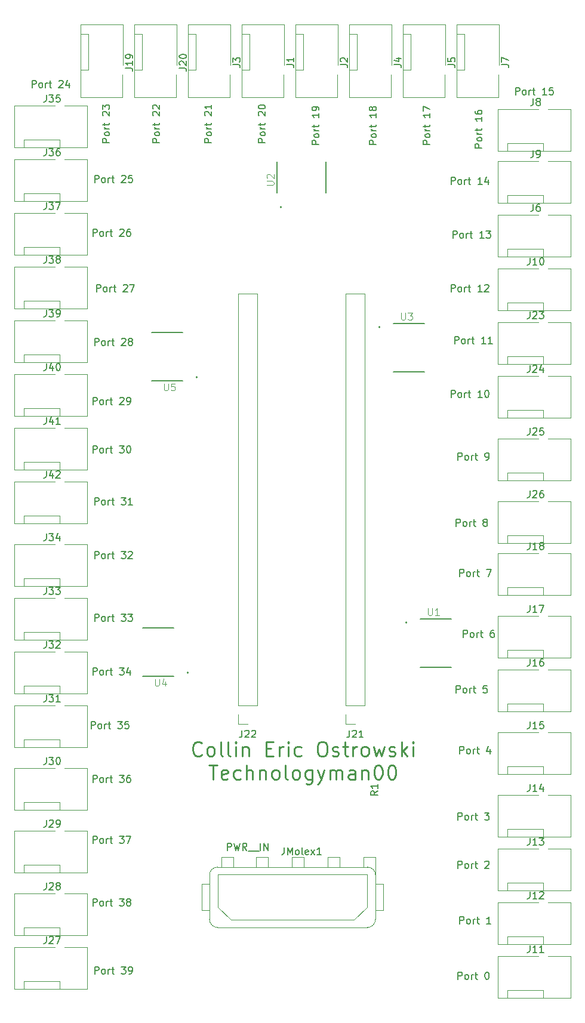
<source format=gbr>
%TF.GenerationSoftware,KiCad,Pcbnew,(5.1.8)-1*%
%TF.CreationDate,2021-02-28T20:43:26-06:00*%
%TF.ProjectId,CircuitBoard,43697263-7569-4744-926f-6172642e6b69,rev?*%
%TF.SameCoordinates,Original*%
%TF.FileFunction,Legend,Top*%
%TF.FilePolarity,Positive*%
%FSLAX46Y46*%
G04 Gerber Fmt 4.6, Leading zero omitted, Abs format (unit mm)*
G04 Created by KiCad (PCBNEW (5.1.8)-1) date 2021-02-28 20:43:26*
%MOMM*%
%LPD*%
G01*
G04 APERTURE LIST*
%ADD10C,0.254000*%
%ADD11C,0.150000*%
%ADD12C,0.200000*%
%ADD13C,0.127000*%
%ADD14C,0.120000*%
%ADD15C,0.015000*%
G04 APERTURE END LIST*
D10*
X112836476Y-149188714D02*
X112739714Y-149285476D01*
X112449428Y-149382238D01*
X112255904Y-149382238D01*
X111965619Y-149285476D01*
X111772095Y-149091952D01*
X111675333Y-148898428D01*
X111578571Y-148511380D01*
X111578571Y-148221095D01*
X111675333Y-147834047D01*
X111772095Y-147640523D01*
X111965619Y-147447000D01*
X112255904Y-147350238D01*
X112449428Y-147350238D01*
X112739714Y-147447000D01*
X112836476Y-147543761D01*
X113997619Y-149382238D02*
X113804095Y-149285476D01*
X113707333Y-149188714D01*
X113610571Y-148995190D01*
X113610571Y-148414619D01*
X113707333Y-148221095D01*
X113804095Y-148124333D01*
X113997619Y-148027571D01*
X114287904Y-148027571D01*
X114481428Y-148124333D01*
X114578190Y-148221095D01*
X114674952Y-148414619D01*
X114674952Y-148995190D01*
X114578190Y-149188714D01*
X114481428Y-149285476D01*
X114287904Y-149382238D01*
X113997619Y-149382238D01*
X115836095Y-149382238D02*
X115642571Y-149285476D01*
X115545809Y-149091952D01*
X115545809Y-147350238D01*
X116900476Y-149382238D02*
X116706952Y-149285476D01*
X116610190Y-149091952D01*
X116610190Y-147350238D01*
X117674571Y-149382238D02*
X117674571Y-148027571D01*
X117674571Y-147350238D02*
X117577809Y-147447000D01*
X117674571Y-147543761D01*
X117771333Y-147447000D01*
X117674571Y-147350238D01*
X117674571Y-147543761D01*
X118642190Y-148027571D02*
X118642190Y-149382238D01*
X118642190Y-148221095D02*
X118738952Y-148124333D01*
X118932476Y-148027571D01*
X119222761Y-148027571D01*
X119416285Y-148124333D01*
X119513047Y-148317857D01*
X119513047Y-149382238D01*
X122028857Y-148317857D02*
X122706190Y-148317857D01*
X122996476Y-149382238D02*
X122028857Y-149382238D01*
X122028857Y-147350238D01*
X122996476Y-147350238D01*
X123867333Y-149382238D02*
X123867333Y-148027571D01*
X123867333Y-148414619D02*
X123964095Y-148221095D01*
X124060857Y-148124333D01*
X124254380Y-148027571D01*
X124447904Y-148027571D01*
X125125238Y-149382238D02*
X125125238Y-148027571D01*
X125125238Y-147350238D02*
X125028476Y-147447000D01*
X125125238Y-147543761D01*
X125222000Y-147447000D01*
X125125238Y-147350238D01*
X125125238Y-147543761D01*
X126963714Y-149285476D02*
X126770190Y-149382238D01*
X126383142Y-149382238D01*
X126189619Y-149285476D01*
X126092857Y-149188714D01*
X125996095Y-148995190D01*
X125996095Y-148414619D01*
X126092857Y-148221095D01*
X126189619Y-148124333D01*
X126383142Y-148027571D01*
X126770190Y-148027571D01*
X126963714Y-148124333D01*
X129769809Y-147350238D02*
X130156857Y-147350238D01*
X130350380Y-147447000D01*
X130543904Y-147640523D01*
X130640666Y-148027571D01*
X130640666Y-148704904D01*
X130543904Y-149091952D01*
X130350380Y-149285476D01*
X130156857Y-149382238D01*
X129769809Y-149382238D01*
X129576285Y-149285476D01*
X129382761Y-149091952D01*
X129286000Y-148704904D01*
X129286000Y-148027571D01*
X129382761Y-147640523D01*
X129576285Y-147447000D01*
X129769809Y-147350238D01*
X131414761Y-149285476D02*
X131608285Y-149382238D01*
X131995333Y-149382238D01*
X132188857Y-149285476D01*
X132285619Y-149091952D01*
X132285619Y-148995190D01*
X132188857Y-148801666D01*
X131995333Y-148704904D01*
X131705047Y-148704904D01*
X131511523Y-148608142D01*
X131414761Y-148414619D01*
X131414761Y-148317857D01*
X131511523Y-148124333D01*
X131705047Y-148027571D01*
X131995333Y-148027571D01*
X132188857Y-148124333D01*
X132866190Y-148027571D02*
X133640285Y-148027571D01*
X133156476Y-147350238D02*
X133156476Y-149091952D01*
X133253238Y-149285476D01*
X133446761Y-149382238D01*
X133640285Y-149382238D01*
X134317619Y-149382238D02*
X134317619Y-148027571D01*
X134317619Y-148414619D02*
X134414380Y-148221095D01*
X134511142Y-148124333D01*
X134704666Y-148027571D01*
X134898190Y-148027571D01*
X135865809Y-149382238D02*
X135672285Y-149285476D01*
X135575523Y-149188714D01*
X135478761Y-148995190D01*
X135478761Y-148414619D01*
X135575523Y-148221095D01*
X135672285Y-148124333D01*
X135865809Y-148027571D01*
X136156095Y-148027571D01*
X136349619Y-148124333D01*
X136446380Y-148221095D01*
X136543142Y-148414619D01*
X136543142Y-148995190D01*
X136446380Y-149188714D01*
X136349619Y-149285476D01*
X136156095Y-149382238D01*
X135865809Y-149382238D01*
X137220476Y-148027571D02*
X137607523Y-149382238D01*
X137994571Y-148414619D01*
X138381619Y-149382238D01*
X138768666Y-148027571D01*
X139446000Y-149285476D02*
X139639523Y-149382238D01*
X140026571Y-149382238D01*
X140220095Y-149285476D01*
X140316857Y-149091952D01*
X140316857Y-148995190D01*
X140220095Y-148801666D01*
X140026571Y-148704904D01*
X139736285Y-148704904D01*
X139542761Y-148608142D01*
X139446000Y-148414619D01*
X139446000Y-148317857D01*
X139542761Y-148124333D01*
X139736285Y-148027571D01*
X140026571Y-148027571D01*
X140220095Y-148124333D01*
X141187714Y-149382238D02*
X141187714Y-147350238D01*
X141381238Y-148608142D02*
X141961809Y-149382238D01*
X141961809Y-148027571D02*
X141187714Y-148801666D01*
X142832666Y-149382238D02*
X142832666Y-148027571D01*
X142832666Y-147350238D02*
X142735904Y-147447000D01*
X142832666Y-147543761D01*
X142929428Y-147447000D01*
X142832666Y-147350238D01*
X142832666Y-147543761D01*
X113900857Y-150652238D02*
X115062000Y-150652238D01*
X114481428Y-152684238D02*
X114481428Y-150652238D01*
X116513428Y-152587476D02*
X116319904Y-152684238D01*
X115932857Y-152684238D01*
X115739333Y-152587476D01*
X115642571Y-152393952D01*
X115642571Y-151619857D01*
X115739333Y-151426333D01*
X115932857Y-151329571D01*
X116319904Y-151329571D01*
X116513428Y-151426333D01*
X116610190Y-151619857D01*
X116610190Y-151813380D01*
X115642571Y-152006904D01*
X118351904Y-152587476D02*
X118158380Y-152684238D01*
X117771333Y-152684238D01*
X117577809Y-152587476D01*
X117481047Y-152490714D01*
X117384285Y-152297190D01*
X117384285Y-151716619D01*
X117481047Y-151523095D01*
X117577809Y-151426333D01*
X117771333Y-151329571D01*
X118158380Y-151329571D01*
X118351904Y-151426333D01*
X119222761Y-152684238D02*
X119222761Y-150652238D01*
X120093619Y-152684238D02*
X120093619Y-151619857D01*
X119996857Y-151426333D01*
X119803333Y-151329571D01*
X119513047Y-151329571D01*
X119319523Y-151426333D01*
X119222761Y-151523095D01*
X121061238Y-151329571D02*
X121061238Y-152684238D01*
X121061238Y-151523095D02*
X121158000Y-151426333D01*
X121351523Y-151329571D01*
X121641809Y-151329571D01*
X121835333Y-151426333D01*
X121932095Y-151619857D01*
X121932095Y-152684238D01*
X123190000Y-152684238D02*
X122996476Y-152587476D01*
X122899714Y-152490714D01*
X122802952Y-152297190D01*
X122802952Y-151716619D01*
X122899714Y-151523095D01*
X122996476Y-151426333D01*
X123190000Y-151329571D01*
X123480285Y-151329571D01*
X123673809Y-151426333D01*
X123770571Y-151523095D01*
X123867333Y-151716619D01*
X123867333Y-152297190D01*
X123770571Y-152490714D01*
X123673809Y-152587476D01*
X123480285Y-152684238D01*
X123190000Y-152684238D01*
X125028476Y-152684238D02*
X124834952Y-152587476D01*
X124738190Y-152393952D01*
X124738190Y-150652238D01*
X126092857Y-152684238D02*
X125899333Y-152587476D01*
X125802571Y-152490714D01*
X125705809Y-152297190D01*
X125705809Y-151716619D01*
X125802571Y-151523095D01*
X125899333Y-151426333D01*
X126092857Y-151329571D01*
X126383142Y-151329571D01*
X126576666Y-151426333D01*
X126673428Y-151523095D01*
X126770190Y-151716619D01*
X126770190Y-152297190D01*
X126673428Y-152490714D01*
X126576666Y-152587476D01*
X126383142Y-152684238D01*
X126092857Y-152684238D01*
X128511904Y-151329571D02*
X128511904Y-152974523D01*
X128415142Y-153168047D01*
X128318380Y-153264809D01*
X128124857Y-153361571D01*
X127834571Y-153361571D01*
X127641047Y-153264809D01*
X128511904Y-152587476D02*
X128318380Y-152684238D01*
X127931333Y-152684238D01*
X127737809Y-152587476D01*
X127641047Y-152490714D01*
X127544285Y-152297190D01*
X127544285Y-151716619D01*
X127641047Y-151523095D01*
X127737809Y-151426333D01*
X127931333Y-151329571D01*
X128318380Y-151329571D01*
X128511904Y-151426333D01*
X129286000Y-151329571D02*
X129769809Y-152684238D01*
X130253619Y-151329571D02*
X129769809Y-152684238D01*
X129576285Y-153168047D01*
X129479523Y-153264809D01*
X129286000Y-153361571D01*
X131027714Y-152684238D02*
X131027714Y-151329571D01*
X131027714Y-151523095D02*
X131124476Y-151426333D01*
X131318000Y-151329571D01*
X131608285Y-151329571D01*
X131801809Y-151426333D01*
X131898571Y-151619857D01*
X131898571Y-152684238D01*
X131898571Y-151619857D02*
X131995333Y-151426333D01*
X132188857Y-151329571D01*
X132479142Y-151329571D01*
X132672666Y-151426333D01*
X132769428Y-151619857D01*
X132769428Y-152684238D01*
X134607904Y-152684238D02*
X134607904Y-151619857D01*
X134511142Y-151426333D01*
X134317619Y-151329571D01*
X133930571Y-151329571D01*
X133737047Y-151426333D01*
X134607904Y-152587476D02*
X134414380Y-152684238D01*
X133930571Y-152684238D01*
X133737047Y-152587476D01*
X133640285Y-152393952D01*
X133640285Y-152200428D01*
X133737047Y-152006904D01*
X133930571Y-151910142D01*
X134414380Y-151910142D01*
X134607904Y-151813380D01*
X135575523Y-151329571D02*
X135575523Y-152684238D01*
X135575523Y-151523095D02*
X135672285Y-151426333D01*
X135865809Y-151329571D01*
X136156095Y-151329571D01*
X136349619Y-151426333D01*
X136446380Y-151619857D01*
X136446380Y-152684238D01*
X137801047Y-150652238D02*
X137994571Y-150652238D01*
X138188095Y-150749000D01*
X138284857Y-150845761D01*
X138381619Y-151039285D01*
X138478380Y-151426333D01*
X138478380Y-151910142D01*
X138381619Y-152297190D01*
X138284857Y-152490714D01*
X138188095Y-152587476D01*
X137994571Y-152684238D01*
X137801047Y-152684238D01*
X137607523Y-152587476D01*
X137510761Y-152490714D01*
X137414000Y-152297190D01*
X137317238Y-151910142D01*
X137317238Y-151426333D01*
X137414000Y-151039285D01*
X137510761Y-150845761D01*
X137607523Y-150749000D01*
X137801047Y-150652238D01*
X139736285Y-150652238D02*
X139929809Y-150652238D01*
X140123333Y-150749000D01*
X140220095Y-150845761D01*
X140316857Y-151039285D01*
X140413619Y-151426333D01*
X140413619Y-151910142D01*
X140316857Y-152297190D01*
X140220095Y-152490714D01*
X140123333Y-152587476D01*
X139929809Y-152684238D01*
X139736285Y-152684238D01*
X139542761Y-152587476D01*
X139446000Y-152490714D01*
X139349238Y-152297190D01*
X139252476Y-151910142D01*
X139252476Y-151426333D01*
X139349238Y-151039285D01*
X139446000Y-150845761D01*
X139542761Y-150749000D01*
X139736285Y-150652238D01*
D11*
X129484380Y-62586857D02*
X128484380Y-62586857D01*
X128484380Y-62205904D01*
X128532000Y-62110666D01*
X128579619Y-62063047D01*
X128674857Y-62015428D01*
X128817714Y-62015428D01*
X128912952Y-62063047D01*
X128960571Y-62110666D01*
X129008190Y-62205904D01*
X129008190Y-62586857D01*
X129484380Y-61444000D02*
X129436761Y-61539238D01*
X129389142Y-61586857D01*
X129293904Y-61634476D01*
X129008190Y-61634476D01*
X128912952Y-61586857D01*
X128865333Y-61539238D01*
X128817714Y-61444000D01*
X128817714Y-61301142D01*
X128865333Y-61205904D01*
X128912952Y-61158285D01*
X129008190Y-61110666D01*
X129293904Y-61110666D01*
X129389142Y-61158285D01*
X129436761Y-61205904D01*
X129484380Y-61301142D01*
X129484380Y-61444000D01*
X129484380Y-60682095D02*
X128817714Y-60682095D01*
X129008190Y-60682095D02*
X128912952Y-60634476D01*
X128865333Y-60586857D01*
X128817714Y-60491619D01*
X128817714Y-60396380D01*
X128817714Y-60205904D02*
X128817714Y-59824952D01*
X128484380Y-60063047D02*
X129341523Y-60063047D01*
X129436761Y-60015428D01*
X129484380Y-59920190D01*
X129484380Y-59824952D01*
X129484380Y-58205904D02*
X129484380Y-58777333D01*
X129484380Y-58491619D02*
X128484380Y-58491619D01*
X128627238Y-58586857D01*
X128722476Y-58682095D01*
X128770095Y-58777333D01*
X129484380Y-57729714D02*
X129484380Y-57539238D01*
X129436761Y-57444000D01*
X129389142Y-57396380D01*
X129246285Y-57301142D01*
X129055809Y-57253523D01*
X128674857Y-57253523D01*
X128579619Y-57301142D01*
X128532000Y-57348761D01*
X128484380Y-57444000D01*
X128484380Y-57634476D01*
X128532000Y-57729714D01*
X128579619Y-57777333D01*
X128674857Y-57824952D01*
X128912952Y-57824952D01*
X129008190Y-57777333D01*
X129055809Y-57729714D01*
X129103428Y-57634476D01*
X129103428Y-57444000D01*
X129055809Y-57348761D01*
X129008190Y-57301142D01*
X128912952Y-57253523D01*
X97687142Y-180284380D02*
X97687142Y-179284380D01*
X98068095Y-179284380D01*
X98163333Y-179332000D01*
X98210952Y-179379619D01*
X98258571Y-179474857D01*
X98258571Y-179617714D01*
X98210952Y-179712952D01*
X98163333Y-179760571D01*
X98068095Y-179808190D01*
X97687142Y-179808190D01*
X98830000Y-180284380D02*
X98734761Y-180236761D01*
X98687142Y-180189142D01*
X98639523Y-180093904D01*
X98639523Y-179808190D01*
X98687142Y-179712952D01*
X98734761Y-179665333D01*
X98830000Y-179617714D01*
X98972857Y-179617714D01*
X99068095Y-179665333D01*
X99115714Y-179712952D01*
X99163333Y-179808190D01*
X99163333Y-180093904D01*
X99115714Y-180189142D01*
X99068095Y-180236761D01*
X98972857Y-180284380D01*
X98830000Y-180284380D01*
X99591904Y-180284380D02*
X99591904Y-179617714D01*
X99591904Y-179808190D02*
X99639523Y-179712952D01*
X99687142Y-179665333D01*
X99782380Y-179617714D01*
X99877619Y-179617714D01*
X100068095Y-179617714D02*
X100449047Y-179617714D01*
X100210952Y-179284380D02*
X100210952Y-180141523D01*
X100258571Y-180236761D01*
X100353809Y-180284380D01*
X100449047Y-180284380D01*
X101449047Y-179284380D02*
X102068095Y-179284380D01*
X101734761Y-179665333D01*
X101877619Y-179665333D01*
X101972857Y-179712952D01*
X102020476Y-179760571D01*
X102068095Y-179855809D01*
X102068095Y-180093904D01*
X102020476Y-180189142D01*
X101972857Y-180236761D01*
X101877619Y-180284380D01*
X101591904Y-180284380D01*
X101496666Y-180236761D01*
X101449047Y-180189142D01*
X102544285Y-180284380D02*
X102734761Y-180284380D01*
X102830000Y-180236761D01*
X102877619Y-180189142D01*
X102972857Y-180046285D01*
X103020476Y-179855809D01*
X103020476Y-179474857D01*
X102972857Y-179379619D01*
X102925238Y-179332000D01*
X102830000Y-179284380D01*
X102639523Y-179284380D01*
X102544285Y-179332000D01*
X102496666Y-179379619D01*
X102449047Y-179474857D01*
X102449047Y-179712952D01*
X102496666Y-179808190D01*
X102544285Y-179855809D01*
X102639523Y-179903428D01*
X102830000Y-179903428D01*
X102925238Y-179855809D01*
X102972857Y-179808190D01*
X103020476Y-179712952D01*
X97433142Y-170632380D02*
X97433142Y-169632380D01*
X97814095Y-169632380D01*
X97909333Y-169680000D01*
X97956952Y-169727619D01*
X98004571Y-169822857D01*
X98004571Y-169965714D01*
X97956952Y-170060952D01*
X97909333Y-170108571D01*
X97814095Y-170156190D01*
X97433142Y-170156190D01*
X98576000Y-170632380D02*
X98480761Y-170584761D01*
X98433142Y-170537142D01*
X98385523Y-170441904D01*
X98385523Y-170156190D01*
X98433142Y-170060952D01*
X98480761Y-170013333D01*
X98576000Y-169965714D01*
X98718857Y-169965714D01*
X98814095Y-170013333D01*
X98861714Y-170060952D01*
X98909333Y-170156190D01*
X98909333Y-170441904D01*
X98861714Y-170537142D01*
X98814095Y-170584761D01*
X98718857Y-170632380D01*
X98576000Y-170632380D01*
X99337904Y-170632380D02*
X99337904Y-169965714D01*
X99337904Y-170156190D02*
X99385523Y-170060952D01*
X99433142Y-170013333D01*
X99528380Y-169965714D01*
X99623619Y-169965714D01*
X99814095Y-169965714D02*
X100195047Y-169965714D01*
X99956952Y-169632380D02*
X99956952Y-170489523D01*
X100004571Y-170584761D01*
X100099809Y-170632380D01*
X100195047Y-170632380D01*
X101195047Y-169632380D02*
X101814095Y-169632380D01*
X101480761Y-170013333D01*
X101623619Y-170013333D01*
X101718857Y-170060952D01*
X101766476Y-170108571D01*
X101814095Y-170203809D01*
X101814095Y-170441904D01*
X101766476Y-170537142D01*
X101718857Y-170584761D01*
X101623619Y-170632380D01*
X101337904Y-170632380D01*
X101242666Y-170584761D01*
X101195047Y-170537142D01*
X102385523Y-170060952D02*
X102290285Y-170013333D01*
X102242666Y-169965714D01*
X102195047Y-169870476D01*
X102195047Y-169822857D01*
X102242666Y-169727619D01*
X102290285Y-169680000D01*
X102385523Y-169632380D01*
X102576000Y-169632380D01*
X102671238Y-169680000D01*
X102718857Y-169727619D01*
X102766476Y-169822857D01*
X102766476Y-169870476D01*
X102718857Y-169965714D01*
X102671238Y-170013333D01*
X102576000Y-170060952D01*
X102385523Y-170060952D01*
X102290285Y-170108571D01*
X102242666Y-170156190D01*
X102195047Y-170251428D01*
X102195047Y-170441904D01*
X102242666Y-170537142D01*
X102290285Y-170584761D01*
X102385523Y-170632380D01*
X102576000Y-170632380D01*
X102671238Y-170584761D01*
X102718857Y-170537142D01*
X102766476Y-170441904D01*
X102766476Y-170251428D01*
X102718857Y-170156190D01*
X102671238Y-170108571D01*
X102576000Y-170060952D01*
X97433142Y-161742380D02*
X97433142Y-160742380D01*
X97814095Y-160742380D01*
X97909333Y-160790000D01*
X97956952Y-160837619D01*
X98004571Y-160932857D01*
X98004571Y-161075714D01*
X97956952Y-161170952D01*
X97909333Y-161218571D01*
X97814095Y-161266190D01*
X97433142Y-161266190D01*
X98576000Y-161742380D02*
X98480761Y-161694761D01*
X98433142Y-161647142D01*
X98385523Y-161551904D01*
X98385523Y-161266190D01*
X98433142Y-161170952D01*
X98480761Y-161123333D01*
X98576000Y-161075714D01*
X98718857Y-161075714D01*
X98814095Y-161123333D01*
X98861714Y-161170952D01*
X98909333Y-161266190D01*
X98909333Y-161551904D01*
X98861714Y-161647142D01*
X98814095Y-161694761D01*
X98718857Y-161742380D01*
X98576000Y-161742380D01*
X99337904Y-161742380D02*
X99337904Y-161075714D01*
X99337904Y-161266190D02*
X99385523Y-161170952D01*
X99433142Y-161123333D01*
X99528380Y-161075714D01*
X99623619Y-161075714D01*
X99814095Y-161075714D02*
X100195047Y-161075714D01*
X99956952Y-160742380D02*
X99956952Y-161599523D01*
X100004571Y-161694761D01*
X100099809Y-161742380D01*
X100195047Y-161742380D01*
X101195047Y-160742380D02*
X101814095Y-160742380D01*
X101480761Y-161123333D01*
X101623619Y-161123333D01*
X101718857Y-161170952D01*
X101766476Y-161218571D01*
X101814095Y-161313809D01*
X101814095Y-161551904D01*
X101766476Y-161647142D01*
X101718857Y-161694761D01*
X101623619Y-161742380D01*
X101337904Y-161742380D01*
X101242666Y-161694761D01*
X101195047Y-161647142D01*
X102147428Y-160742380D02*
X102814095Y-160742380D01*
X102385523Y-161742380D01*
X97433142Y-153106380D02*
X97433142Y-152106380D01*
X97814095Y-152106380D01*
X97909333Y-152154000D01*
X97956952Y-152201619D01*
X98004571Y-152296857D01*
X98004571Y-152439714D01*
X97956952Y-152534952D01*
X97909333Y-152582571D01*
X97814095Y-152630190D01*
X97433142Y-152630190D01*
X98576000Y-153106380D02*
X98480761Y-153058761D01*
X98433142Y-153011142D01*
X98385523Y-152915904D01*
X98385523Y-152630190D01*
X98433142Y-152534952D01*
X98480761Y-152487333D01*
X98576000Y-152439714D01*
X98718857Y-152439714D01*
X98814095Y-152487333D01*
X98861714Y-152534952D01*
X98909333Y-152630190D01*
X98909333Y-152915904D01*
X98861714Y-153011142D01*
X98814095Y-153058761D01*
X98718857Y-153106380D01*
X98576000Y-153106380D01*
X99337904Y-153106380D02*
X99337904Y-152439714D01*
X99337904Y-152630190D02*
X99385523Y-152534952D01*
X99433142Y-152487333D01*
X99528380Y-152439714D01*
X99623619Y-152439714D01*
X99814095Y-152439714D02*
X100195047Y-152439714D01*
X99956952Y-152106380D02*
X99956952Y-152963523D01*
X100004571Y-153058761D01*
X100099809Y-153106380D01*
X100195047Y-153106380D01*
X101195047Y-152106380D02*
X101814095Y-152106380D01*
X101480761Y-152487333D01*
X101623619Y-152487333D01*
X101718857Y-152534952D01*
X101766476Y-152582571D01*
X101814095Y-152677809D01*
X101814095Y-152915904D01*
X101766476Y-153011142D01*
X101718857Y-153058761D01*
X101623619Y-153106380D01*
X101337904Y-153106380D01*
X101242666Y-153058761D01*
X101195047Y-153011142D01*
X102671238Y-152106380D02*
X102480761Y-152106380D01*
X102385523Y-152154000D01*
X102337904Y-152201619D01*
X102242666Y-152344476D01*
X102195047Y-152534952D01*
X102195047Y-152915904D01*
X102242666Y-153011142D01*
X102290285Y-153058761D01*
X102385523Y-153106380D01*
X102576000Y-153106380D01*
X102671238Y-153058761D01*
X102718857Y-153011142D01*
X102766476Y-152915904D01*
X102766476Y-152677809D01*
X102718857Y-152582571D01*
X102671238Y-152534952D01*
X102576000Y-152487333D01*
X102385523Y-152487333D01*
X102290285Y-152534952D01*
X102242666Y-152582571D01*
X102195047Y-152677809D01*
X97179142Y-145486380D02*
X97179142Y-144486380D01*
X97560095Y-144486380D01*
X97655333Y-144534000D01*
X97702952Y-144581619D01*
X97750571Y-144676857D01*
X97750571Y-144819714D01*
X97702952Y-144914952D01*
X97655333Y-144962571D01*
X97560095Y-145010190D01*
X97179142Y-145010190D01*
X98322000Y-145486380D02*
X98226761Y-145438761D01*
X98179142Y-145391142D01*
X98131523Y-145295904D01*
X98131523Y-145010190D01*
X98179142Y-144914952D01*
X98226761Y-144867333D01*
X98322000Y-144819714D01*
X98464857Y-144819714D01*
X98560095Y-144867333D01*
X98607714Y-144914952D01*
X98655333Y-145010190D01*
X98655333Y-145295904D01*
X98607714Y-145391142D01*
X98560095Y-145438761D01*
X98464857Y-145486380D01*
X98322000Y-145486380D01*
X99083904Y-145486380D02*
X99083904Y-144819714D01*
X99083904Y-145010190D02*
X99131523Y-144914952D01*
X99179142Y-144867333D01*
X99274380Y-144819714D01*
X99369619Y-144819714D01*
X99560095Y-144819714D02*
X99941047Y-144819714D01*
X99702952Y-144486380D02*
X99702952Y-145343523D01*
X99750571Y-145438761D01*
X99845809Y-145486380D01*
X99941047Y-145486380D01*
X100941047Y-144486380D02*
X101560095Y-144486380D01*
X101226761Y-144867333D01*
X101369619Y-144867333D01*
X101464857Y-144914952D01*
X101512476Y-144962571D01*
X101560095Y-145057809D01*
X101560095Y-145295904D01*
X101512476Y-145391142D01*
X101464857Y-145438761D01*
X101369619Y-145486380D01*
X101083904Y-145486380D01*
X100988666Y-145438761D01*
X100941047Y-145391142D01*
X102464857Y-144486380D02*
X101988666Y-144486380D01*
X101941047Y-144962571D01*
X101988666Y-144914952D01*
X102083904Y-144867333D01*
X102322000Y-144867333D01*
X102417238Y-144914952D01*
X102464857Y-144962571D01*
X102512476Y-145057809D01*
X102512476Y-145295904D01*
X102464857Y-145391142D01*
X102417238Y-145438761D01*
X102322000Y-145486380D01*
X102083904Y-145486380D01*
X101988666Y-145438761D01*
X101941047Y-145391142D01*
X97433142Y-137866380D02*
X97433142Y-136866380D01*
X97814095Y-136866380D01*
X97909333Y-136914000D01*
X97956952Y-136961619D01*
X98004571Y-137056857D01*
X98004571Y-137199714D01*
X97956952Y-137294952D01*
X97909333Y-137342571D01*
X97814095Y-137390190D01*
X97433142Y-137390190D01*
X98576000Y-137866380D02*
X98480761Y-137818761D01*
X98433142Y-137771142D01*
X98385523Y-137675904D01*
X98385523Y-137390190D01*
X98433142Y-137294952D01*
X98480761Y-137247333D01*
X98576000Y-137199714D01*
X98718857Y-137199714D01*
X98814095Y-137247333D01*
X98861714Y-137294952D01*
X98909333Y-137390190D01*
X98909333Y-137675904D01*
X98861714Y-137771142D01*
X98814095Y-137818761D01*
X98718857Y-137866380D01*
X98576000Y-137866380D01*
X99337904Y-137866380D02*
X99337904Y-137199714D01*
X99337904Y-137390190D02*
X99385523Y-137294952D01*
X99433142Y-137247333D01*
X99528380Y-137199714D01*
X99623619Y-137199714D01*
X99814095Y-137199714D02*
X100195047Y-137199714D01*
X99956952Y-136866380D02*
X99956952Y-137723523D01*
X100004571Y-137818761D01*
X100099809Y-137866380D01*
X100195047Y-137866380D01*
X101195047Y-136866380D02*
X101814095Y-136866380D01*
X101480761Y-137247333D01*
X101623619Y-137247333D01*
X101718857Y-137294952D01*
X101766476Y-137342571D01*
X101814095Y-137437809D01*
X101814095Y-137675904D01*
X101766476Y-137771142D01*
X101718857Y-137818761D01*
X101623619Y-137866380D01*
X101337904Y-137866380D01*
X101242666Y-137818761D01*
X101195047Y-137771142D01*
X102671238Y-137199714D02*
X102671238Y-137866380D01*
X102433142Y-136818761D02*
X102195047Y-137533047D01*
X102814095Y-137533047D01*
X97687142Y-130246380D02*
X97687142Y-129246380D01*
X98068095Y-129246380D01*
X98163333Y-129294000D01*
X98210952Y-129341619D01*
X98258571Y-129436857D01*
X98258571Y-129579714D01*
X98210952Y-129674952D01*
X98163333Y-129722571D01*
X98068095Y-129770190D01*
X97687142Y-129770190D01*
X98830000Y-130246380D02*
X98734761Y-130198761D01*
X98687142Y-130151142D01*
X98639523Y-130055904D01*
X98639523Y-129770190D01*
X98687142Y-129674952D01*
X98734761Y-129627333D01*
X98830000Y-129579714D01*
X98972857Y-129579714D01*
X99068095Y-129627333D01*
X99115714Y-129674952D01*
X99163333Y-129770190D01*
X99163333Y-130055904D01*
X99115714Y-130151142D01*
X99068095Y-130198761D01*
X98972857Y-130246380D01*
X98830000Y-130246380D01*
X99591904Y-130246380D02*
X99591904Y-129579714D01*
X99591904Y-129770190D02*
X99639523Y-129674952D01*
X99687142Y-129627333D01*
X99782380Y-129579714D01*
X99877619Y-129579714D01*
X100068095Y-129579714D02*
X100449047Y-129579714D01*
X100210952Y-129246380D02*
X100210952Y-130103523D01*
X100258571Y-130198761D01*
X100353809Y-130246380D01*
X100449047Y-130246380D01*
X101449047Y-129246380D02*
X102068095Y-129246380D01*
X101734761Y-129627333D01*
X101877619Y-129627333D01*
X101972857Y-129674952D01*
X102020476Y-129722571D01*
X102068095Y-129817809D01*
X102068095Y-130055904D01*
X102020476Y-130151142D01*
X101972857Y-130198761D01*
X101877619Y-130246380D01*
X101591904Y-130246380D01*
X101496666Y-130198761D01*
X101449047Y-130151142D01*
X102401428Y-129246380D02*
X103020476Y-129246380D01*
X102687142Y-129627333D01*
X102830000Y-129627333D01*
X102925238Y-129674952D01*
X102972857Y-129722571D01*
X103020476Y-129817809D01*
X103020476Y-130055904D01*
X102972857Y-130151142D01*
X102925238Y-130198761D01*
X102830000Y-130246380D01*
X102544285Y-130246380D01*
X102449047Y-130198761D01*
X102401428Y-130151142D01*
X97687142Y-121356380D02*
X97687142Y-120356380D01*
X98068095Y-120356380D01*
X98163333Y-120404000D01*
X98210952Y-120451619D01*
X98258571Y-120546857D01*
X98258571Y-120689714D01*
X98210952Y-120784952D01*
X98163333Y-120832571D01*
X98068095Y-120880190D01*
X97687142Y-120880190D01*
X98830000Y-121356380D02*
X98734761Y-121308761D01*
X98687142Y-121261142D01*
X98639523Y-121165904D01*
X98639523Y-120880190D01*
X98687142Y-120784952D01*
X98734761Y-120737333D01*
X98830000Y-120689714D01*
X98972857Y-120689714D01*
X99068095Y-120737333D01*
X99115714Y-120784952D01*
X99163333Y-120880190D01*
X99163333Y-121165904D01*
X99115714Y-121261142D01*
X99068095Y-121308761D01*
X98972857Y-121356380D01*
X98830000Y-121356380D01*
X99591904Y-121356380D02*
X99591904Y-120689714D01*
X99591904Y-120880190D02*
X99639523Y-120784952D01*
X99687142Y-120737333D01*
X99782380Y-120689714D01*
X99877619Y-120689714D01*
X100068095Y-120689714D02*
X100449047Y-120689714D01*
X100210952Y-120356380D02*
X100210952Y-121213523D01*
X100258571Y-121308761D01*
X100353809Y-121356380D01*
X100449047Y-121356380D01*
X101449047Y-120356380D02*
X102068095Y-120356380D01*
X101734761Y-120737333D01*
X101877619Y-120737333D01*
X101972857Y-120784952D01*
X102020476Y-120832571D01*
X102068095Y-120927809D01*
X102068095Y-121165904D01*
X102020476Y-121261142D01*
X101972857Y-121308761D01*
X101877619Y-121356380D01*
X101591904Y-121356380D01*
X101496666Y-121308761D01*
X101449047Y-121261142D01*
X102449047Y-120451619D02*
X102496666Y-120404000D01*
X102591904Y-120356380D01*
X102830000Y-120356380D01*
X102925238Y-120404000D01*
X102972857Y-120451619D01*
X103020476Y-120546857D01*
X103020476Y-120642095D01*
X102972857Y-120784952D01*
X102401428Y-121356380D01*
X103020476Y-121356380D01*
X97687142Y-113736380D02*
X97687142Y-112736380D01*
X98068095Y-112736380D01*
X98163333Y-112784000D01*
X98210952Y-112831619D01*
X98258571Y-112926857D01*
X98258571Y-113069714D01*
X98210952Y-113164952D01*
X98163333Y-113212571D01*
X98068095Y-113260190D01*
X97687142Y-113260190D01*
X98830000Y-113736380D02*
X98734761Y-113688761D01*
X98687142Y-113641142D01*
X98639523Y-113545904D01*
X98639523Y-113260190D01*
X98687142Y-113164952D01*
X98734761Y-113117333D01*
X98830000Y-113069714D01*
X98972857Y-113069714D01*
X99068095Y-113117333D01*
X99115714Y-113164952D01*
X99163333Y-113260190D01*
X99163333Y-113545904D01*
X99115714Y-113641142D01*
X99068095Y-113688761D01*
X98972857Y-113736380D01*
X98830000Y-113736380D01*
X99591904Y-113736380D02*
X99591904Y-113069714D01*
X99591904Y-113260190D02*
X99639523Y-113164952D01*
X99687142Y-113117333D01*
X99782380Y-113069714D01*
X99877619Y-113069714D01*
X100068095Y-113069714D02*
X100449047Y-113069714D01*
X100210952Y-112736380D02*
X100210952Y-113593523D01*
X100258571Y-113688761D01*
X100353809Y-113736380D01*
X100449047Y-113736380D01*
X101449047Y-112736380D02*
X102068095Y-112736380D01*
X101734761Y-113117333D01*
X101877619Y-113117333D01*
X101972857Y-113164952D01*
X102020476Y-113212571D01*
X102068095Y-113307809D01*
X102068095Y-113545904D01*
X102020476Y-113641142D01*
X101972857Y-113688761D01*
X101877619Y-113736380D01*
X101591904Y-113736380D01*
X101496666Y-113688761D01*
X101449047Y-113641142D01*
X103020476Y-113736380D02*
X102449047Y-113736380D01*
X102734761Y-113736380D02*
X102734761Y-112736380D01*
X102639523Y-112879238D01*
X102544285Y-112974476D01*
X102449047Y-113022095D01*
X97433142Y-106370380D02*
X97433142Y-105370380D01*
X97814095Y-105370380D01*
X97909333Y-105418000D01*
X97956952Y-105465619D01*
X98004571Y-105560857D01*
X98004571Y-105703714D01*
X97956952Y-105798952D01*
X97909333Y-105846571D01*
X97814095Y-105894190D01*
X97433142Y-105894190D01*
X98576000Y-106370380D02*
X98480761Y-106322761D01*
X98433142Y-106275142D01*
X98385523Y-106179904D01*
X98385523Y-105894190D01*
X98433142Y-105798952D01*
X98480761Y-105751333D01*
X98576000Y-105703714D01*
X98718857Y-105703714D01*
X98814095Y-105751333D01*
X98861714Y-105798952D01*
X98909333Y-105894190D01*
X98909333Y-106179904D01*
X98861714Y-106275142D01*
X98814095Y-106322761D01*
X98718857Y-106370380D01*
X98576000Y-106370380D01*
X99337904Y-106370380D02*
X99337904Y-105703714D01*
X99337904Y-105894190D02*
X99385523Y-105798952D01*
X99433142Y-105751333D01*
X99528380Y-105703714D01*
X99623619Y-105703714D01*
X99814095Y-105703714D02*
X100195047Y-105703714D01*
X99956952Y-105370380D02*
X99956952Y-106227523D01*
X100004571Y-106322761D01*
X100099809Y-106370380D01*
X100195047Y-106370380D01*
X101195047Y-105370380D02*
X101814095Y-105370380D01*
X101480761Y-105751333D01*
X101623619Y-105751333D01*
X101718857Y-105798952D01*
X101766476Y-105846571D01*
X101814095Y-105941809D01*
X101814095Y-106179904D01*
X101766476Y-106275142D01*
X101718857Y-106322761D01*
X101623619Y-106370380D01*
X101337904Y-106370380D01*
X101242666Y-106322761D01*
X101195047Y-106275142D01*
X102433142Y-105370380D02*
X102528380Y-105370380D01*
X102623619Y-105418000D01*
X102671238Y-105465619D01*
X102718857Y-105560857D01*
X102766476Y-105751333D01*
X102766476Y-105989428D01*
X102718857Y-106179904D01*
X102671238Y-106275142D01*
X102623619Y-106322761D01*
X102528380Y-106370380D01*
X102433142Y-106370380D01*
X102337904Y-106322761D01*
X102290285Y-106275142D01*
X102242666Y-106179904D01*
X102195047Y-105989428D01*
X102195047Y-105751333D01*
X102242666Y-105560857D01*
X102290285Y-105465619D01*
X102337904Y-105418000D01*
X102433142Y-105370380D01*
X97433142Y-99512380D02*
X97433142Y-98512380D01*
X97814095Y-98512380D01*
X97909333Y-98560000D01*
X97956952Y-98607619D01*
X98004571Y-98702857D01*
X98004571Y-98845714D01*
X97956952Y-98940952D01*
X97909333Y-98988571D01*
X97814095Y-99036190D01*
X97433142Y-99036190D01*
X98576000Y-99512380D02*
X98480761Y-99464761D01*
X98433142Y-99417142D01*
X98385523Y-99321904D01*
X98385523Y-99036190D01*
X98433142Y-98940952D01*
X98480761Y-98893333D01*
X98576000Y-98845714D01*
X98718857Y-98845714D01*
X98814095Y-98893333D01*
X98861714Y-98940952D01*
X98909333Y-99036190D01*
X98909333Y-99321904D01*
X98861714Y-99417142D01*
X98814095Y-99464761D01*
X98718857Y-99512380D01*
X98576000Y-99512380D01*
X99337904Y-99512380D02*
X99337904Y-98845714D01*
X99337904Y-99036190D02*
X99385523Y-98940952D01*
X99433142Y-98893333D01*
X99528380Y-98845714D01*
X99623619Y-98845714D01*
X99814095Y-98845714D02*
X100195047Y-98845714D01*
X99956952Y-98512380D02*
X99956952Y-99369523D01*
X100004571Y-99464761D01*
X100099809Y-99512380D01*
X100195047Y-99512380D01*
X101242666Y-98607619D02*
X101290285Y-98560000D01*
X101385523Y-98512380D01*
X101623619Y-98512380D01*
X101718857Y-98560000D01*
X101766476Y-98607619D01*
X101814095Y-98702857D01*
X101814095Y-98798095D01*
X101766476Y-98940952D01*
X101195047Y-99512380D01*
X101814095Y-99512380D01*
X102290285Y-99512380D02*
X102480761Y-99512380D01*
X102576000Y-99464761D01*
X102623619Y-99417142D01*
X102718857Y-99274285D01*
X102766476Y-99083809D01*
X102766476Y-98702857D01*
X102718857Y-98607619D01*
X102671238Y-98560000D01*
X102576000Y-98512380D01*
X102385523Y-98512380D01*
X102290285Y-98560000D01*
X102242666Y-98607619D01*
X102195047Y-98702857D01*
X102195047Y-98940952D01*
X102242666Y-99036190D01*
X102290285Y-99083809D01*
X102385523Y-99131428D01*
X102576000Y-99131428D01*
X102671238Y-99083809D01*
X102718857Y-99036190D01*
X102766476Y-98940952D01*
X97687142Y-91130380D02*
X97687142Y-90130380D01*
X98068095Y-90130380D01*
X98163333Y-90178000D01*
X98210952Y-90225619D01*
X98258571Y-90320857D01*
X98258571Y-90463714D01*
X98210952Y-90558952D01*
X98163333Y-90606571D01*
X98068095Y-90654190D01*
X97687142Y-90654190D01*
X98830000Y-91130380D02*
X98734761Y-91082761D01*
X98687142Y-91035142D01*
X98639523Y-90939904D01*
X98639523Y-90654190D01*
X98687142Y-90558952D01*
X98734761Y-90511333D01*
X98830000Y-90463714D01*
X98972857Y-90463714D01*
X99068095Y-90511333D01*
X99115714Y-90558952D01*
X99163333Y-90654190D01*
X99163333Y-90939904D01*
X99115714Y-91035142D01*
X99068095Y-91082761D01*
X98972857Y-91130380D01*
X98830000Y-91130380D01*
X99591904Y-91130380D02*
X99591904Y-90463714D01*
X99591904Y-90654190D02*
X99639523Y-90558952D01*
X99687142Y-90511333D01*
X99782380Y-90463714D01*
X99877619Y-90463714D01*
X100068095Y-90463714D02*
X100449047Y-90463714D01*
X100210952Y-90130380D02*
X100210952Y-90987523D01*
X100258571Y-91082761D01*
X100353809Y-91130380D01*
X100449047Y-91130380D01*
X101496666Y-90225619D02*
X101544285Y-90178000D01*
X101639523Y-90130380D01*
X101877619Y-90130380D01*
X101972857Y-90178000D01*
X102020476Y-90225619D01*
X102068095Y-90320857D01*
X102068095Y-90416095D01*
X102020476Y-90558952D01*
X101449047Y-91130380D01*
X102068095Y-91130380D01*
X102639523Y-90558952D02*
X102544285Y-90511333D01*
X102496666Y-90463714D01*
X102449047Y-90368476D01*
X102449047Y-90320857D01*
X102496666Y-90225619D01*
X102544285Y-90178000D01*
X102639523Y-90130380D01*
X102830000Y-90130380D01*
X102925238Y-90178000D01*
X102972857Y-90225619D01*
X103020476Y-90320857D01*
X103020476Y-90368476D01*
X102972857Y-90463714D01*
X102925238Y-90511333D01*
X102830000Y-90558952D01*
X102639523Y-90558952D01*
X102544285Y-90606571D01*
X102496666Y-90654190D01*
X102449047Y-90749428D01*
X102449047Y-90939904D01*
X102496666Y-91035142D01*
X102544285Y-91082761D01*
X102639523Y-91130380D01*
X102830000Y-91130380D01*
X102925238Y-91082761D01*
X102972857Y-91035142D01*
X103020476Y-90939904D01*
X103020476Y-90749428D01*
X102972857Y-90654190D01*
X102925238Y-90606571D01*
X102830000Y-90558952D01*
X97941142Y-83510380D02*
X97941142Y-82510380D01*
X98322095Y-82510380D01*
X98417333Y-82558000D01*
X98464952Y-82605619D01*
X98512571Y-82700857D01*
X98512571Y-82843714D01*
X98464952Y-82938952D01*
X98417333Y-82986571D01*
X98322095Y-83034190D01*
X97941142Y-83034190D01*
X99084000Y-83510380D02*
X98988761Y-83462761D01*
X98941142Y-83415142D01*
X98893523Y-83319904D01*
X98893523Y-83034190D01*
X98941142Y-82938952D01*
X98988761Y-82891333D01*
X99084000Y-82843714D01*
X99226857Y-82843714D01*
X99322095Y-82891333D01*
X99369714Y-82938952D01*
X99417333Y-83034190D01*
X99417333Y-83319904D01*
X99369714Y-83415142D01*
X99322095Y-83462761D01*
X99226857Y-83510380D01*
X99084000Y-83510380D01*
X99845904Y-83510380D02*
X99845904Y-82843714D01*
X99845904Y-83034190D02*
X99893523Y-82938952D01*
X99941142Y-82891333D01*
X100036380Y-82843714D01*
X100131619Y-82843714D01*
X100322095Y-82843714D02*
X100703047Y-82843714D01*
X100464952Y-82510380D02*
X100464952Y-83367523D01*
X100512571Y-83462761D01*
X100607809Y-83510380D01*
X100703047Y-83510380D01*
X101750666Y-82605619D02*
X101798285Y-82558000D01*
X101893523Y-82510380D01*
X102131619Y-82510380D01*
X102226857Y-82558000D01*
X102274476Y-82605619D01*
X102322095Y-82700857D01*
X102322095Y-82796095D01*
X102274476Y-82938952D01*
X101703047Y-83510380D01*
X102322095Y-83510380D01*
X102655428Y-82510380D02*
X103322095Y-82510380D01*
X102893523Y-83510380D01*
X97433142Y-75636380D02*
X97433142Y-74636380D01*
X97814095Y-74636380D01*
X97909333Y-74684000D01*
X97956952Y-74731619D01*
X98004571Y-74826857D01*
X98004571Y-74969714D01*
X97956952Y-75064952D01*
X97909333Y-75112571D01*
X97814095Y-75160190D01*
X97433142Y-75160190D01*
X98576000Y-75636380D02*
X98480761Y-75588761D01*
X98433142Y-75541142D01*
X98385523Y-75445904D01*
X98385523Y-75160190D01*
X98433142Y-75064952D01*
X98480761Y-75017333D01*
X98576000Y-74969714D01*
X98718857Y-74969714D01*
X98814095Y-75017333D01*
X98861714Y-75064952D01*
X98909333Y-75160190D01*
X98909333Y-75445904D01*
X98861714Y-75541142D01*
X98814095Y-75588761D01*
X98718857Y-75636380D01*
X98576000Y-75636380D01*
X99337904Y-75636380D02*
X99337904Y-74969714D01*
X99337904Y-75160190D02*
X99385523Y-75064952D01*
X99433142Y-75017333D01*
X99528380Y-74969714D01*
X99623619Y-74969714D01*
X99814095Y-74969714D02*
X100195047Y-74969714D01*
X99956952Y-74636380D02*
X99956952Y-75493523D01*
X100004571Y-75588761D01*
X100099809Y-75636380D01*
X100195047Y-75636380D01*
X101242666Y-74731619D02*
X101290285Y-74684000D01*
X101385523Y-74636380D01*
X101623619Y-74636380D01*
X101718857Y-74684000D01*
X101766476Y-74731619D01*
X101814095Y-74826857D01*
X101814095Y-74922095D01*
X101766476Y-75064952D01*
X101195047Y-75636380D01*
X101814095Y-75636380D01*
X102671238Y-74636380D02*
X102480761Y-74636380D01*
X102385523Y-74684000D01*
X102337904Y-74731619D01*
X102242666Y-74874476D01*
X102195047Y-75064952D01*
X102195047Y-75445904D01*
X102242666Y-75541142D01*
X102290285Y-75588761D01*
X102385523Y-75636380D01*
X102576000Y-75636380D01*
X102671238Y-75588761D01*
X102718857Y-75541142D01*
X102766476Y-75445904D01*
X102766476Y-75207809D01*
X102718857Y-75112571D01*
X102671238Y-75064952D01*
X102576000Y-75017333D01*
X102385523Y-75017333D01*
X102290285Y-75064952D01*
X102242666Y-75112571D01*
X102195047Y-75207809D01*
X97687142Y-68016380D02*
X97687142Y-67016380D01*
X98068095Y-67016380D01*
X98163333Y-67064000D01*
X98210952Y-67111619D01*
X98258571Y-67206857D01*
X98258571Y-67349714D01*
X98210952Y-67444952D01*
X98163333Y-67492571D01*
X98068095Y-67540190D01*
X97687142Y-67540190D01*
X98830000Y-68016380D02*
X98734761Y-67968761D01*
X98687142Y-67921142D01*
X98639523Y-67825904D01*
X98639523Y-67540190D01*
X98687142Y-67444952D01*
X98734761Y-67397333D01*
X98830000Y-67349714D01*
X98972857Y-67349714D01*
X99068095Y-67397333D01*
X99115714Y-67444952D01*
X99163333Y-67540190D01*
X99163333Y-67825904D01*
X99115714Y-67921142D01*
X99068095Y-67968761D01*
X98972857Y-68016380D01*
X98830000Y-68016380D01*
X99591904Y-68016380D02*
X99591904Y-67349714D01*
X99591904Y-67540190D02*
X99639523Y-67444952D01*
X99687142Y-67397333D01*
X99782380Y-67349714D01*
X99877619Y-67349714D01*
X100068095Y-67349714D02*
X100449047Y-67349714D01*
X100210952Y-67016380D02*
X100210952Y-67873523D01*
X100258571Y-67968761D01*
X100353809Y-68016380D01*
X100449047Y-68016380D01*
X101496666Y-67111619D02*
X101544285Y-67064000D01*
X101639523Y-67016380D01*
X101877619Y-67016380D01*
X101972857Y-67064000D01*
X102020476Y-67111619D01*
X102068095Y-67206857D01*
X102068095Y-67302095D01*
X102020476Y-67444952D01*
X101449047Y-68016380D01*
X102068095Y-68016380D01*
X102972857Y-67016380D02*
X102496666Y-67016380D01*
X102449047Y-67492571D01*
X102496666Y-67444952D01*
X102591904Y-67397333D01*
X102830000Y-67397333D01*
X102925238Y-67444952D01*
X102972857Y-67492571D01*
X103020476Y-67587809D01*
X103020476Y-67825904D01*
X102972857Y-67921142D01*
X102925238Y-67968761D01*
X102830000Y-68016380D01*
X102591904Y-68016380D01*
X102496666Y-67968761D01*
X102449047Y-67921142D01*
X88797142Y-54554380D02*
X88797142Y-53554380D01*
X89178095Y-53554380D01*
X89273333Y-53602000D01*
X89320952Y-53649619D01*
X89368571Y-53744857D01*
X89368571Y-53887714D01*
X89320952Y-53982952D01*
X89273333Y-54030571D01*
X89178095Y-54078190D01*
X88797142Y-54078190D01*
X89940000Y-54554380D02*
X89844761Y-54506761D01*
X89797142Y-54459142D01*
X89749523Y-54363904D01*
X89749523Y-54078190D01*
X89797142Y-53982952D01*
X89844761Y-53935333D01*
X89940000Y-53887714D01*
X90082857Y-53887714D01*
X90178095Y-53935333D01*
X90225714Y-53982952D01*
X90273333Y-54078190D01*
X90273333Y-54363904D01*
X90225714Y-54459142D01*
X90178095Y-54506761D01*
X90082857Y-54554380D01*
X89940000Y-54554380D01*
X90701904Y-54554380D02*
X90701904Y-53887714D01*
X90701904Y-54078190D02*
X90749523Y-53982952D01*
X90797142Y-53935333D01*
X90892380Y-53887714D01*
X90987619Y-53887714D01*
X91178095Y-53887714D02*
X91559047Y-53887714D01*
X91320952Y-53554380D02*
X91320952Y-54411523D01*
X91368571Y-54506761D01*
X91463809Y-54554380D01*
X91559047Y-54554380D01*
X92606666Y-53649619D02*
X92654285Y-53602000D01*
X92749523Y-53554380D01*
X92987619Y-53554380D01*
X93082857Y-53602000D01*
X93130476Y-53649619D01*
X93178095Y-53744857D01*
X93178095Y-53840095D01*
X93130476Y-53982952D01*
X92559047Y-54554380D01*
X93178095Y-54554380D01*
X94035238Y-53887714D02*
X94035238Y-54554380D01*
X93797142Y-53506761D02*
X93559047Y-54221047D01*
X94178095Y-54221047D01*
X99766380Y-62332857D02*
X98766380Y-62332857D01*
X98766380Y-61951904D01*
X98814000Y-61856666D01*
X98861619Y-61809047D01*
X98956857Y-61761428D01*
X99099714Y-61761428D01*
X99194952Y-61809047D01*
X99242571Y-61856666D01*
X99290190Y-61951904D01*
X99290190Y-62332857D01*
X99766380Y-61190000D02*
X99718761Y-61285238D01*
X99671142Y-61332857D01*
X99575904Y-61380476D01*
X99290190Y-61380476D01*
X99194952Y-61332857D01*
X99147333Y-61285238D01*
X99099714Y-61190000D01*
X99099714Y-61047142D01*
X99147333Y-60951904D01*
X99194952Y-60904285D01*
X99290190Y-60856666D01*
X99575904Y-60856666D01*
X99671142Y-60904285D01*
X99718761Y-60951904D01*
X99766380Y-61047142D01*
X99766380Y-61190000D01*
X99766380Y-60428095D02*
X99099714Y-60428095D01*
X99290190Y-60428095D02*
X99194952Y-60380476D01*
X99147333Y-60332857D01*
X99099714Y-60237619D01*
X99099714Y-60142380D01*
X99099714Y-59951904D02*
X99099714Y-59570952D01*
X98766380Y-59809047D02*
X99623523Y-59809047D01*
X99718761Y-59761428D01*
X99766380Y-59666190D01*
X99766380Y-59570952D01*
X98861619Y-58523333D02*
X98814000Y-58475714D01*
X98766380Y-58380476D01*
X98766380Y-58142380D01*
X98814000Y-58047142D01*
X98861619Y-57999523D01*
X98956857Y-57951904D01*
X99052095Y-57951904D01*
X99194952Y-57999523D01*
X99766380Y-58570952D01*
X99766380Y-57951904D01*
X98766380Y-57618571D02*
X98766380Y-56999523D01*
X99147333Y-57332857D01*
X99147333Y-57190000D01*
X99194952Y-57094761D01*
X99242571Y-57047142D01*
X99337809Y-56999523D01*
X99575904Y-56999523D01*
X99671142Y-57047142D01*
X99718761Y-57094761D01*
X99766380Y-57190000D01*
X99766380Y-57475714D01*
X99718761Y-57570952D01*
X99671142Y-57618571D01*
X106878380Y-62332857D02*
X105878380Y-62332857D01*
X105878380Y-61951904D01*
X105926000Y-61856666D01*
X105973619Y-61809047D01*
X106068857Y-61761428D01*
X106211714Y-61761428D01*
X106306952Y-61809047D01*
X106354571Y-61856666D01*
X106402190Y-61951904D01*
X106402190Y-62332857D01*
X106878380Y-61190000D02*
X106830761Y-61285238D01*
X106783142Y-61332857D01*
X106687904Y-61380476D01*
X106402190Y-61380476D01*
X106306952Y-61332857D01*
X106259333Y-61285238D01*
X106211714Y-61190000D01*
X106211714Y-61047142D01*
X106259333Y-60951904D01*
X106306952Y-60904285D01*
X106402190Y-60856666D01*
X106687904Y-60856666D01*
X106783142Y-60904285D01*
X106830761Y-60951904D01*
X106878380Y-61047142D01*
X106878380Y-61190000D01*
X106878380Y-60428095D02*
X106211714Y-60428095D01*
X106402190Y-60428095D02*
X106306952Y-60380476D01*
X106259333Y-60332857D01*
X106211714Y-60237619D01*
X106211714Y-60142380D01*
X106211714Y-59951904D02*
X106211714Y-59570952D01*
X105878380Y-59809047D02*
X106735523Y-59809047D01*
X106830761Y-59761428D01*
X106878380Y-59666190D01*
X106878380Y-59570952D01*
X105973619Y-58523333D02*
X105926000Y-58475714D01*
X105878380Y-58380476D01*
X105878380Y-58142380D01*
X105926000Y-58047142D01*
X105973619Y-57999523D01*
X106068857Y-57951904D01*
X106164095Y-57951904D01*
X106306952Y-57999523D01*
X106878380Y-58570952D01*
X106878380Y-57951904D01*
X105973619Y-57570952D02*
X105926000Y-57523333D01*
X105878380Y-57428095D01*
X105878380Y-57190000D01*
X105926000Y-57094761D01*
X105973619Y-57047142D01*
X106068857Y-56999523D01*
X106164095Y-56999523D01*
X106306952Y-57047142D01*
X106878380Y-57618571D01*
X106878380Y-56999523D01*
X114244380Y-62332857D02*
X113244380Y-62332857D01*
X113244380Y-61951904D01*
X113292000Y-61856666D01*
X113339619Y-61809047D01*
X113434857Y-61761428D01*
X113577714Y-61761428D01*
X113672952Y-61809047D01*
X113720571Y-61856666D01*
X113768190Y-61951904D01*
X113768190Y-62332857D01*
X114244380Y-61190000D02*
X114196761Y-61285238D01*
X114149142Y-61332857D01*
X114053904Y-61380476D01*
X113768190Y-61380476D01*
X113672952Y-61332857D01*
X113625333Y-61285238D01*
X113577714Y-61190000D01*
X113577714Y-61047142D01*
X113625333Y-60951904D01*
X113672952Y-60904285D01*
X113768190Y-60856666D01*
X114053904Y-60856666D01*
X114149142Y-60904285D01*
X114196761Y-60951904D01*
X114244380Y-61047142D01*
X114244380Y-61190000D01*
X114244380Y-60428095D02*
X113577714Y-60428095D01*
X113768190Y-60428095D02*
X113672952Y-60380476D01*
X113625333Y-60332857D01*
X113577714Y-60237619D01*
X113577714Y-60142380D01*
X113577714Y-59951904D02*
X113577714Y-59570952D01*
X113244380Y-59809047D02*
X114101523Y-59809047D01*
X114196761Y-59761428D01*
X114244380Y-59666190D01*
X114244380Y-59570952D01*
X113339619Y-58523333D02*
X113292000Y-58475714D01*
X113244380Y-58380476D01*
X113244380Y-58142380D01*
X113292000Y-58047142D01*
X113339619Y-57999523D01*
X113434857Y-57951904D01*
X113530095Y-57951904D01*
X113672952Y-57999523D01*
X114244380Y-58570952D01*
X114244380Y-57951904D01*
X114244380Y-56999523D02*
X114244380Y-57570952D01*
X114244380Y-57285238D02*
X113244380Y-57285238D01*
X113387238Y-57380476D01*
X113482476Y-57475714D01*
X113530095Y-57570952D01*
X121864380Y-62332857D02*
X120864380Y-62332857D01*
X120864380Y-61951904D01*
X120912000Y-61856666D01*
X120959619Y-61809047D01*
X121054857Y-61761428D01*
X121197714Y-61761428D01*
X121292952Y-61809047D01*
X121340571Y-61856666D01*
X121388190Y-61951904D01*
X121388190Y-62332857D01*
X121864380Y-61190000D02*
X121816761Y-61285238D01*
X121769142Y-61332857D01*
X121673904Y-61380476D01*
X121388190Y-61380476D01*
X121292952Y-61332857D01*
X121245333Y-61285238D01*
X121197714Y-61190000D01*
X121197714Y-61047142D01*
X121245333Y-60951904D01*
X121292952Y-60904285D01*
X121388190Y-60856666D01*
X121673904Y-60856666D01*
X121769142Y-60904285D01*
X121816761Y-60951904D01*
X121864380Y-61047142D01*
X121864380Y-61190000D01*
X121864380Y-60428095D02*
X121197714Y-60428095D01*
X121388190Y-60428095D02*
X121292952Y-60380476D01*
X121245333Y-60332857D01*
X121197714Y-60237619D01*
X121197714Y-60142380D01*
X121197714Y-59951904D02*
X121197714Y-59570952D01*
X120864380Y-59809047D02*
X121721523Y-59809047D01*
X121816761Y-59761428D01*
X121864380Y-59666190D01*
X121864380Y-59570952D01*
X120959619Y-58523333D02*
X120912000Y-58475714D01*
X120864380Y-58380476D01*
X120864380Y-58142380D01*
X120912000Y-58047142D01*
X120959619Y-57999523D01*
X121054857Y-57951904D01*
X121150095Y-57951904D01*
X121292952Y-57999523D01*
X121864380Y-58570952D01*
X121864380Y-57951904D01*
X120864380Y-57332857D02*
X120864380Y-57237619D01*
X120912000Y-57142380D01*
X120959619Y-57094761D01*
X121054857Y-57047142D01*
X121245333Y-56999523D01*
X121483428Y-56999523D01*
X121673904Y-57047142D01*
X121769142Y-57094761D01*
X121816761Y-57142380D01*
X121864380Y-57237619D01*
X121864380Y-57332857D01*
X121816761Y-57428095D01*
X121769142Y-57475714D01*
X121673904Y-57523333D01*
X121483428Y-57570952D01*
X121245333Y-57570952D01*
X121054857Y-57523333D01*
X120959619Y-57475714D01*
X120912000Y-57428095D01*
X120864380Y-57332857D01*
X137612380Y-62586857D02*
X136612380Y-62586857D01*
X136612380Y-62205904D01*
X136660000Y-62110666D01*
X136707619Y-62063047D01*
X136802857Y-62015428D01*
X136945714Y-62015428D01*
X137040952Y-62063047D01*
X137088571Y-62110666D01*
X137136190Y-62205904D01*
X137136190Y-62586857D01*
X137612380Y-61444000D02*
X137564761Y-61539238D01*
X137517142Y-61586857D01*
X137421904Y-61634476D01*
X137136190Y-61634476D01*
X137040952Y-61586857D01*
X136993333Y-61539238D01*
X136945714Y-61444000D01*
X136945714Y-61301142D01*
X136993333Y-61205904D01*
X137040952Y-61158285D01*
X137136190Y-61110666D01*
X137421904Y-61110666D01*
X137517142Y-61158285D01*
X137564761Y-61205904D01*
X137612380Y-61301142D01*
X137612380Y-61444000D01*
X137612380Y-60682095D02*
X136945714Y-60682095D01*
X137136190Y-60682095D02*
X137040952Y-60634476D01*
X136993333Y-60586857D01*
X136945714Y-60491619D01*
X136945714Y-60396380D01*
X136945714Y-60205904D02*
X136945714Y-59824952D01*
X136612380Y-60063047D02*
X137469523Y-60063047D01*
X137564761Y-60015428D01*
X137612380Y-59920190D01*
X137612380Y-59824952D01*
X137612380Y-58205904D02*
X137612380Y-58777333D01*
X137612380Y-58491619D02*
X136612380Y-58491619D01*
X136755238Y-58586857D01*
X136850476Y-58682095D01*
X136898095Y-58777333D01*
X137040952Y-57634476D02*
X136993333Y-57729714D01*
X136945714Y-57777333D01*
X136850476Y-57824952D01*
X136802857Y-57824952D01*
X136707619Y-57777333D01*
X136660000Y-57729714D01*
X136612380Y-57634476D01*
X136612380Y-57444000D01*
X136660000Y-57348761D01*
X136707619Y-57301142D01*
X136802857Y-57253523D01*
X136850476Y-57253523D01*
X136945714Y-57301142D01*
X136993333Y-57348761D01*
X137040952Y-57444000D01*
X137040952Y-57634476D01*
X137088571Y-57729714D01*
X137136190Y-57777333D01*
X137231428Y-57824952D01*
X137421904Y-57824952D01*
X137517142Y-57777333D01*
X137564761Y-57729714D01*
X137612380Y-57634476D01*
X137612380Y-57444000D01*
X137564761Y-57348761D01*
X137517142Y-57301142D01*
X137421904Y-57253523D01*
X137231428Y-57253523D01*
X137136190Y-57301142D01*
X137088571Y-57348761D01*
X137040952Y-57444000D01*
X145232380Y-62586857D02*
X144232380Y-62586857D01*
X144232380Y-62205904D01*
X144280000Y-62110666D01*
X144327619Y-62063047D01*
X144422857Y-62015428D01*
X144565714Y-62015428D01*
X144660952Y-62063047D01*
X144708571Y-62110666D01*
X144756190Y-62205904D01*
X144756190Y-62586857D01*
X145232380Y-61444000D02*
X145184761Y-61539238D01*
X145137142Y-61586857D01*
X145041904Y-61634476D01*
X144756190Y-61634476D01*
X144660952Y-61586857D01*
X144613333Y-61539238D01*
X144565714Y-61444000D01*
X144565714Y-61301142D01*
X144613333Y-61205904D01*
X144660952Y-61158285D01*
X144756190Y-61110666D01*
X145041904Y-61110666D01*
X145137142Y-61158285D01*
X145184761Y-61205904D01*
X145232380Y-61301142D01*
X145232380Y-61444000D01*
X145232380Y-60682095D02*
X144565714Y-60682095D01*
X144756190Y-60682095D02*
X144660952Y-60634476D01*
X144613333Y-60586857D01*
X144565714Y-60491619D01*
X144565714Y-60396380D01*
X144565714Y-60205904D02*
X144565714Y-59824952D01*
X144232380Y-60063047D02*
X145089523Y-60063047D01*
X145184761Y-60015428D01*
X145232380Y-59920190D01*
X145232380Y-59824952D01*
X145232380Y-58205904D02*
X145232380Y-58777333D01*
X145232380Y-58491619D02*
X144232380Y-58491619D01*
X144375238Y-58586857D01*
X144470476Y-58682095D01*
X144518095Y-58777333D01*
X144232380Y-57872571D02*
X144232380Y-57205904D01*
X145232380Y-57634476D01*
X152598380Y-63094857D02*
X151598380Y-63094857D01*
X151598380Y-62713904D01*
X151646000Y-62618666D01*
X151693619Y-62571047D01*
X151788857Y-62523428D01*
X151931714Y-62523428D01*
X152026952Y-62571047D01*
X152074571Y-62618666D01*
X152122190Y-62713904D01*
X152122190Y-63094857D01*
X152598380Y-61952000D02*
X152550761Y-62047238D01*
X152503142Y-62094857D01*
X152407904Y-62142476D01*
X152122190Y-62142476D01*
X152026952Y-62094857D01*
X151979333Y-62047238D01*
X151931714Y-61952000D01*
X151931714Y-61809142D01*
X151979333Y-61713904D01*
X152026952Y-61666285D01*
X152122190Y-61618666D01*
X152407904Y-61618666D01*
X152503142Y-61666285D01*
X152550761Y-61713904D01*
X152598380Y-61809142D01*
X152598380Y-61952000D01*
X152598380Y-61190095D02*
X151931714Y-61190095D01*
X152122190Y-61190095D02*
X152026952Y-61142476D01*
X151979333Y-61094857D01*
X151931714Y-60999619D01*
X151931714Y-60904380D01*
X151931714Y-60713904D02*
X151931714Y-60332952D01*
X151598380Y-60571047D02*
X152455523Y-60571047D01*
X152550761Y-60523428D01*
X152598380Y-60428190D01*
X152598380Y-60332952D01*
X152598380Y-58713904D02*
X152598380Y-59285333D01*
X152598380Y-58999619D02*
X151598380Y-58999619D01*
X151741238Y-59094857D01*
X151836476Y-59190095D01*
X151884095Y-59285333D01*
X151598380Y-57856761D02*
X151598380Y-58047238D01*
X151646000Y-58142476D01*
X151693619Y-58190095D01*
X151836476Y-58285333D01*
X152026952Y-58332952D01*
X152407904Y-58332952D01*
X152503142Y-58285333D01*
X152550761Y-58237714D01*
X152598380Y-58142476D01*
X152598380Y-57952000D01*
X152550761Y-57856761D01*
X152503142Y-57809142D01*
X152407904Y-57761523D01*
X152169809Y-57761523D01*
X152074571Y-57809142D01*
X152026952Y-57856761D01*
X151979333Y-57952000D01*
X151979333Y-58142476D01*
X152026952Y-58237714D01*
X152074571Y-58285333D01*
X152169809Y-58332952D01*
X157377142Y-55570380D02*
X157377142Y-54570380D01*
X157758095Y-54570380D01*
X157853333Y-54618000D01*
X157900952Y-54665619D01*
X157948571Y-54760857D01*
X157948571Y-54903714D01*
X157900952Y-54998952D01*
X157853333Y-55046571D01*
X157758095Y-55094190D01*
X157377142Y-55094190D01*
X158520000Y-55570380D02*
X158424761Y-55522761D01*
X158377142Y-55475142D01*
X158329523Y-55379904D01*
X158329523Y-55094190D01*
X158377142Y-54998952D01*
X158424761Y-54951333D01*
X158520000Y-54903714D01*
X158662857Y-54903714D01*
X158758095Y-54951333D01*
X158805714Y-54998952D01*
X158853333Y-55094190D01*
X158853333Y-55379904D01*
X158805714Y-55475142D01*
X158758095Y-55522761D01*
X158662857Y-55570380D01*
X158520000Y-55570380D01*
X159281904Y-55570380D02*
X159281904Y-54903714D01*
X159281904Y-55094190D02*
X159329523Y-54998952D01*
X159377142Y-54951333D01*
X159472380Y-54903714D01*
X159567619Y-54903714D01*
X159758095Y-54903714D02*
X160139047Y-54903714D01*
X159900952Y-54570380D02*
X159900952Y-55427523D01*
X159948571Y-55522761D01*
X160043809Y-55570380D01*
X160139047Y-55570380D01*
X161758095Y-55570380D02*
X161186666Y-55570380D01*
X161472380Y-55570380D02*
X161472380Y-54570380D01*
X161377142Y-54713238D01*
X161281904Y-54808476D01*
X161186666Y-54856095D01*
X162662857Y-54570380D02*
X162186666Y-54570380D01*
X162139047Y-55046571D01*
X162186666Y-54998952D01*
X162281904Y-54951333D01*
X162520000Y-54951333D01*
X162615238Y-54998952D01*
X162662857Y-55046571D01*
X162710476Y-55141809D01*
X162710476Y-55379904D01*
X162662857Y-55475142D01*
X162615238Y-55522761D01*
X162520000Y-55570380D01*
X162281904Y-55570380D01*
X162186666Y-55522761D01*
X162139047Y-55475142D01*
X148233142Y-68270380D02*
X148233142Y-67270380D01*
X148614095Y-67270380D01*
X148709333Y-67318000D01*
X148756952Y-67365619D01*
X148804571Y-67460857D01*
X148804571Y-67603714D01*
X148756952Y-67698952D01*
X148709333Y-67746571D01*
X148614095Y-67794190D01*
X148233142Y-67794190D01*
X149376000Y-68270380D02*
X149280761Y-68222761D01*
X149233142Y-68175142D01*
X149185523Y-68079904D01*
X149185523Y-67794190D01*
X149233142Y-67698952D01*
X149280761Y-67651333D01*
X149376000Y-67603714D01*
X149518857Y-67603714D01*
X149614095Y-67651333D01*
X149661714Y-67698952D01*
X149709333Y-67794190D01*
X149709333Y-68079904D01*
X149661714Y-68175142D01*
X149614095Y-68222761D01*
X149518857Y-68270380D01*
X149376000Y-68270380D01*
X150137904Y-68270380D02*
X150137904Y-67603714D01*
X150137904Y-67794190D02*
X150185523Y-67698952D01*
X150233142Y-67651333D01*
X150328380Y-67603714D01*
X150423619Y-67603714D01*
X150614095Y-67603714D02*
X150995047Y-67603714D01*
X150756952Y-67270380D02*
X150756952Y-68127523D01*
X150804571Y-68222761D01*
X150899809Y-68270380D01*
X150995047Y-68270380D01*
X152614095Y-68270380D02*
X152042666Y-68270380D01*
X152328380Y-68270380D02*
X152328380Y-67270380D01*
X152233142Y-67413238D01*
X152137904Y-67508476D01*
X152042666Y-67556095D01*
X153471238Y-67603714D02*
X153471238Y-68270380D01*
X153233142Y-67222761D02*
X152995047Y-67937047D01*
X153614095Y-67937047D01*
X148487142Y-75890380D02*
X148487142Y-74890380D01*
X148868095Y-74890380D01*
X148963333Y-74938000D01*
X149010952Y-74985619D01*
X149058571Y-75080857D01*
X149058571Y-75223714D01*
X149010952Y-75318952D01*
X148963333Y-75366571D01*
X148868095Y-75414190D01*
X148487142Y-75414190D01*
X149630000Y-75890380D02*
X149534761Y-75842761D01*
X149487142Y-75795142D01*
X149439523Y-75699904D01*
X149439523Y-75414190D01*
X149487142Y-75318952D01*
X149534761Y-75271333D01*
X149630000Y-75223714D01*
X149772857Y-75223714D01*
X149868095Y-75271333D01*
X149915714Y-75318952D01*
X149963333Y-75414190D01*
X149963333Y-75699904D01*
X149915714Y-75795142D01*
X149868095Y-75842761D01*
X149772857Y-75890380D01*
X149630000Y-75890380D01*
X150391904Y-75890380D02*
X150391904Y-75223714D01*
X150391904Y-75414190D02*
X150439523Y-75318952D01*
X150487142Y-75271333D01*
X150582380Y-75223714D01*
X150677619Y-75223714D01*
X150868095Y-75223714D02*
X151249047Y-75223714D01*
X151010952Y-74890380D02*
X151010952Y-75747523D01*
X151058571Y-75842761D01*
X151153809Y-75890380D01*
X151249047Y-75890380D01*
X152868095Y-75890380D02*
X152296666Y-75890380D01*
X152582380Y-75890380D02*
X152582380Y-74890380D01*
X152487142Y-75033238D01*
X152391904Y-75128476D01*
X152296666Y-75176095D01*
X153201428Y-74890380D02*
X153820476Y-74890380D01*
X153487142Y-75271333D01*
X153630000Y-75271333D01*
X153725238Y-75318952D01*
X153772857Y-75366571D01*
X153820476Y-75461809D01*
X153820476Y-75699904D01*
X153772857Y-75795142D01*
X153725238Y-75842761D01*
X153630000Y-75890380D01*
X153344285Y-75890380D01*
X153249047Y-75842761D01*
X153201428Y-75795142D01*
X148233142Y-83510380D02*
X148233142Y-82510380D01*
X148614095Y-82510380D01*
X148709333Y-82558000D01*
X148756952Y-82605619D01*
X148804571Y-82700857D01*
X148804571Y-82843714D01*
X148756952Y-82938952D01*
X148709333Y-82986571D01*
X148614095Y-83034190D01*
X148233142Y-83034190D01*
X149376000Y-83510380D02*
X149280761Y-83462761D01*
X149233142Y-83415142D01*
X149185523Y-83319904D01*
X149185523Y-83034190D01*
X149233142Y-82938952D01*
X149280761Y-82891333D01*
X149376000Y-82843714D01*
X149518857Y-82843714D01*
X149614095Y-82891333D01*
X149661714Y-82938952D01*
X149709333Y-83034190D01*
X149709333Y-83319904D01*
X149661714Y-83415142D01*
X149614095Y-83462761D01*
X149518857Y-83510380D01*
X149376000Y-83510380D01*
X150137904Y-83510380D02*
X150137904Y-82843714D01*
X150137904Y-83034190D02*
X150185523Y-82938952D01*
X150233142Y-82891333D01*
X150328380Y-82843714D01*
X150423619Y-82843714D01*
X150614095Y-82843714D02*
X150995047Y-82843714D01*
X150756952Y-82510380D02*
X150756952Y-83367523D01*
X150804571Y-83462761D01*
X150899809Y-83510380D01*
X150995047Y-83510380D01*
X152614095Y-83510380D02*
X152042666Y-83510380D01*
X152328380Y-83510380D02*
X152328380Y-82510380D01*
X152233142Y-82653238D01*
X152137904Y-82748476D01*
X152042666Y-82796095D01*
X152995047Y-82605619D02*
X153042666Y-82558000D01*
X153137904Y-82510380D01*
X153376000Y-82510380D01*
X153471238Y-82558000D01*
X153518857Y-82605619D01*
X153566476Y-82700857D01*
X153566476Y-82796095D01*
X153518857Y-82938952D01*
X152947428Y-83510380D01*
X153566476Y-83510380D01*
X148741142Y-90876380D02*
X148741142Y-89876380D01*
X149122095Y-89876380D01*
X149217333Y-89924000D01*
X149264952Y-89971619D01*
X149312571Y-90066857D01*
X149312571Y-90209714D01*
X149264952Y-90304952D01*
X149217333Y-90352571D01*
X149122095Y-90400190D01*
X148741142Y-90400190D01*
X149884000Y-90876380D02*
X149788761Y-90828761D01*
X149741142Y-90781142D01*
X149693523Y-90685904D01*
X149693523Y-90400190D01*
X149741142Y-90304952D01*
X149788761Y-90257333D01*
X149884000Y-90209714D01*
X150026857Y-90209714D01*
X150122095Y-90257333D01*
X150169714Y-90304952D01*
X150217333Y-90400190D01*
X150217333Y-90685904D01*
X150169714Y-90781142D01*
X150122095Y-90828761D01*
X150026857Y-90876380D01*
X149884000Y-90876380D01*
X150645904Y-90876380D02*
X150645904Y-90209714D01*
X150645904Y-90400190D02*
X150693523Y-90304952D01*
X150741142Y-90257333D01*
X150836380Y-90209714D01*
X150931619Y-90209714D01*
X151122095Y-90209714D02*
X151503047Y-90209714D01*
X151264952Y-89876380D02*
X151264952Y-90733523D01*
X151312571Y-90828761D01*
X151407809Y-90876380D01*
X151503047Y-90876380D01*
X153122095Y-90876380D02*
X152550666Y-90876380D01*
X152836380Y-90876380D02*
X152836380Y-89876380D01*
X152741142Y-90019238D01*
X152645904Y-90114476D01*
X152550666Y-90162095D01*
X154074476Y-90876380D02*
X153503047Y-90876380D01*
X153788761Y-90876380D02*
X153788761Y-89876380D01*
X153693523Y-90019238D01*
X153598285Y-90114476D01*
X153503047Y-90162095D01*
X148233142Y-98496380D02*
X148233142Y-97496380D01*
X148614095Y-97496380D01*
X148709333Y-97544000D01*
X148756952Y-97591619D01*
X148804571Y-97686857D01*
X148804571Y-97829714D01*
X148756952Y-97924952D01*
X148709333Y-97972571D01*
X148614095Y-98020190D01*
X148233142Y-98020190D01*
X149376000Y-98496380D02*
X149280761Y-98448761D01*
X149233142Y-98401142D01*
X149185523Y-98305904D01*
X149185523Y-98020190D01*
X149233142Y-97924952D01*
X149280761Y-97877333D01*
X149376000Y-97829714D01*
X149518857Y-97829714D01*
X149614095Y-97877333D01*
X149661714Y-97924952D01*
X149709333Y-98020190D01*
X149709333Y-98305904D01*
X149661714Y-98401142D01*
X149614095Y-98448761D01*
X149518857Y-98496380D01*
X149376000Y-98496380D01*
X150137904Y-98496380D02*
X150137904Y-97829714D01*
X150137904Y-98020190D02*
X150185523Y-97924952D01*
X150233142Y-97877333D01*
X150328380Y-97829714D01*
X150423619Y-97829714D01*
X150614095Y-97829714D02*
X150995047Y-97829714D01*
X150756952Y-97496380D02*
X150756952Y-98353523D01*
X150804571Y-98448761D01*
X150899809Y-98496380D01*
X150995047Y-98496380D01*
X152614095Y-98496380D02*
X152042666Y-98496380D01*
X152328380Y-98496380D02*
X152328380Y-97496380D01*
X152233142Y-97639238D01*
X152137904Y-97734476D01*
X152042666Y-97782095D01*
X153233142Y-97496380D02*
X153328380Y-97496380D01*
X153423619Y-97544000D01*
X153471238Y-97591619D01*
X153518857Y-97686857D01*
X153566476Y-97877333D01*
X153566476Y-98115428D01*
X153518857Y-98305904D01*
X153471238Y-98401142D01*
X153423619Y-98448761D01*
X153328380Y-98496380D01*
X153233142Y-98496380D01*
X153137904Y-98448761D01*
X153090285Y-98401142D01*
X153042666Y-98305904D01*
X152995047Y-98115428D01*
X152995047Y-97877333D01*
X153042666Y-97686857D01*
X153090285Y-97591619D01*
X153137904Y-97544000D01*
X153233142Y-97496380D01*
X149217333Y-107386380D02*
X149217333Y-106386380D01*
X149598285Y-106386380D01*
X149693523Y-106434000D01*
X149741142Y-106481619D01*
X149788761Y-106576857D01*
X149788761Y-106719714D01*
X149741142Y-106814952D01*
X149693523Y-106862571D01*
X149598285Y-106910190D01*
X149217333Y-106910190D01*
X150360190Y-107386380D02*
X150264952Y-107338761D01*
X150217333Y-107291142D01*
X150169714Y-107195904D01*
X150169714Y-106910190D01*
X150217333Y-106814952D01*
X150264952Y-106767333D01*
X150360190Y-106719714D01*
X150503047Y-106719714D01*
X150598285Y-106767333D01*
X150645904Y-106814952D01*
X150693523Y-106910190D01*
X150693523Y-107195904D01*
X150645904Y-107291142D01*
X150598285Y-107338761D01*
X150503047Y-107386380D01*
X150360190Y-107386380D01*
X151122095Y-107386380D02*
X151122095Y-106719714D01*
X151122095Y-106910190D02*
X151169714Y-106814952D01*
X151217333Y-106767333D01*
X151312571Y-106719714D01*
X151407809Y-106719714D01*
X151598285Y-106719714D02*
X151979238Y-106719714D01*
X151741142Y-106386380D02*
X151741142Y-107243523D01*
X151788761Y-107338761D01*
X151884000Y-107386380D01*
X151979238Y-107386380D01*
X153122095Y-107386380D02*
X153312571Y-107386380D01*
X153407809Y-107338761D01*
X153455428Y-107291142D01*
X153550666Y-107148285D01*
X153598285Y-106957809D01*
X153598285Y-106576857D01*
X153550666Y-106481619D01*
X153503047Y-106434000D01*
X153407809Y-106386380D01*
X153217333Y-106386380D01*
X153122095Y-106434000D01*
X153074476Y-106481619D01*
X153026857Y-106576857D01*
X153026857Y-106814952D01*
X153074476Y-106910190D01*
X153122095Y-106957809D01*
X153217333Y-107005428D01*
X153407809Y-107005428D01*
X153503047Y-106957809D01*
X153550666Y-106910190D01*
X153598285Y-106814952D01*
X148963333Y-116784380D02*
X148963333Y-115784380D01*
X149344285Y-115784380D01*
X149439523Y-115832000D01*
X149487142Y-115879619D01*
X149534761Y-115974857D01*
X149534761Y-116117714D01*
X149487142Y-116212952D01*
X149439523Y-116260571D01*
X149344285Y-116308190D01*
X148963333Y-116308190D01*
X150106190Y-116784380D02*
X150010952Y-116736761D01*
X149963333Y-116689142D01*
X149915714Y-116593904D01*
X149915714Y-116308190D01*
X149963333Y-116212952D01*
X150010952Y-116165333D01*
X150106190Y-116117714D01*
X150249047Y-116117714D01*
X150344285Y-116165333D01*
X150391904Y-116212952D01*
X150439523Y-116308190D01*
X150439523Y-116593904D01*
X150391904Y-116689142D01*
X150344285Y-116736761D01*
X150249047Y-116784380D01*
X150106190Y-116784380D01*
X150868095Y-116784380D02*
X150868095Y-116117714D01*
X150868095Y-116308190D02*
X150915714Y-116212952D01*
X150963333Y-116165333D01*
X151058571Y-116117714D01*
X151153809Y-116117714D01*
X151344285Y-116117714D02*
X151725238Y-116117714D01*
X151487142Y-115784380D02*
X151487142Y-116641523D01*
X151534761Y-116736761D01*
X151630000Y-116784380D01*
X151725238Y-116784380D01*
X152963333Y-116212952D02*
X152868095Y-116165333D01*
X152820476Y-116117714D01*
X152772857Y-116022476D01*
X152772857Y-115974857D01*
X152820476Y-115879619D01*
X152868095Y-115832000D01*
X152963333Y-115784380D01*
X153153809Y-115784380D01*
X153249047Y-115832000D01*
X153296666Y-115879619D01*
X153344285Y-115974857D01*
X153344285Y-116022476D01*
X153296666Y-116117714D01*
X153249047Y-116165333D01*
X153153809Y-116212952D01*
X152963333Y-116212952D01*
X152868095Y-116260571D01*
X152820476Y-116308190D01*
X152772857Y-116403428D01*
X152772857Y-116593904D01*
X152820476Y-116689142D01*
X152868095Y-116736761D01*
X152963333Y-116784380D01*
X153153809Y-116784380D01*
X153249047Y-116736761D01*
X153296666Y-116689142D01*
X153344285Y-116593904D01*
X153344285Y-116403428D01*
X153296666Y-116308190D01*
X153249047Y-116260571D01*
X153153809Y-116212952D01*
X149471333Y-123896380D02*
X149471333Y-122896380D01*
X149852285Y-122896380D01*
X149947523Y-122944000D01*
X149995142Y-122991619D01*
X150042761Y-123086857D01*
X150042761Y-123229714D01*
X149995142Y-123324952D01*
X149947523Y-123372571D01*
X149852285Y-123420190D01*
X149471333Y-123420190D01*
X150614190Y-123896380D02*
X150518952Y-123848761D01*
X150471333Y-123801142D01*
X150423714Y-123705904D01*
X150423714Y-123420190D01*
X150471333Y-123324952D01*
X150518952Y-123277333D01*
X150614190Y-123229714D01*
X150757047Y-123229714D01*
X150852285Y-123277333D01*
X150899904Y-123324952D01*
X150947523Y-123420190D01*
X150947523Y-123705904D01*
X150899904Y-123801142D01*
X150852285Y-123848761D01*
X150757047Y-123896380D01*
X150614190Y-123896380D01*
X151376095Y-123896380D02*
X151376095Y-123229714D01*
X151376095Y-123420190D02*
X151423714Y-123324952D01*
X151471333Y-123277333D01*
X151566571Y-123229714D01*
X151661809Y-123229714D01*
X151852285Y-123229714D02*
X152233238Y-123229714D01*
X151995142Y-122896380D02*
X151995142Y-123753523D01*
X152042761Y-123848761D01*
X152138000Y-123896380D01*
X152233238Y-123896380D01*
X153233238Y-122896380D02*
X153899904Y-122896380D01*
X153471333Y-123896380D01*
X149979333Y-132532380D02*
X149979333Y-131532380D01*
X150360285Y-131532380D01*
X150455523Y-131580000D01*
X150503142Y-131627619D01*
X150550761Y-131722857D01*
X150550761Y-131865714D01*
X150503142Y-131960952D01*
X150455523Y-132008571D01*
X150360285Y-132056190D01*
X149979333Y-132056190D01*
X151122190Y-132532380D02*
X151026952Y-132484761D01*
X150979333Y-132437142D01*
X150931714Y-132341904D01*
X150931714Y-132056190D01*
X150979333Y-131960952D01*
X151026952Y-131913333D01*
X151122190Y-131865714D01*
X151265047Y-131865714D01*
X151360285Y-131913333D01*
X151407904Y-131960952D01*
X151455523Y-132056190D01*
X151455523Y-132341904D01*
X151407904Y-132437142D01*
X151360285Y-132484761D01*
X151265047Y-132532380D01*
X151122190Y-132532380D01*
X151884095Y-132532380D02*
X151884095Y-131865714D01*
X151884095Y-132056190D02*
X151931714Y-131960952D01*
X151979333Y-131913333D01*
X152074571Y-131865714D01*
X152169809Y-131865714D01*
X152360285Y-131865714D02*
X152741238Y-131865714D01*
X152503142Y-131532380D02*
X152503142Y-132389523D01*
X152550761Y-132484761D01*
X152646000Y-132532380D01*
X152741238Y-132532380D01*
X154265047Y-131532380D02*
X154074571Y-131532380D01*
X153979333Y-131580000D01*
X153931714Y-131627619D01*
X153836476Y-131770476D01*
X153788857Y-131960952D01*
X153788857Y-132341904D01*
X153836476Y-132437142D01*
X153884095Y-132484761D01*
X153979333Y-132532380D01*
X154169809Y-132532380D01*
X154265047Y-132484761D01*
X154312666Y-132437142D01*
X154360285Y-132341904D01*
X154360285Y-132103809D01*
X154312666Y-132008571D01*
X154265047Y-131960952D01*
X154169809Y-131913333D01*
X153979333Y-131913333D01*
X153884095Y-131960952D01*
X153836476Y-132008571D01*
X153788857Y-132103809D01*
X148963333Y-140406380D02*
X148963333Y-139406380D01*
X149344285Y-139406380D01*
X149439523Y-139454000D01*
X149487142Y-139501619D01*
X149534761Y-139596857D01*
X149534761Y-139739714D01*
X149487142Y-139834952D01*
X149439523Y-139882571D01*
X149344285Y-139930190D01*
X148963333Y-139930190D01*
X150106190Y-140406380D02*
X150010952Y-140358761D01*
X149963333Y-140311142D01*
X149915714Y-140215904D01*
X149915714Y-139930190D01*
X149963333Y-139834952D01*
X150010952Y-139787333D01*
X150106190Y-139739714D01*
X150249047Y-139739714D01*
X150344285Y-139787333D01*
X150391904Y-139834952D01*
X150439523Y-139930190D01*
X150439523Y-140215904D01*
X150391904Y-140311142D01*
X150344285Y-140358761D01*
X150249047Y-140406380D01*
X150106190Y-140406380D01*
X150868095Y-140406380D02*
X150868095Y-139739714D01*
X150868095Y-139930190D02*
X150915714Y-139834952D01*
X150963333Y-139787333D01*
X151058571Y-139739714D01*
X151153809Y-139739714D01*
X151344285Y-139739714D02*
X151725238Y-139739714D01*
X151487142Y-139406380D02*
X151487142Y-140263523D01*
X151534761Y-140358761D01*
X151630000Y-140406380D01*
X151725238Y-140406380D01*
X153296666Y-139406380D02*
X152820476Y-139406380D01*
X152772857Y-139882571D01*
X152820476Y-139834952D01*
X152915714Y-139787333D01*
X153153809Y-139787333D01*
X153249047Y-139834952D01*
X153296666Y-139882571D01*
X153344285Y-139977809D01*
X153344285Y-140215904D01*
X153296666Y-140311142D01*
X153249047Y-140358761D01*
X153153809Y-140406380D01*
X152915714Y-140406380D01*
X152820476Y-140358761D01*
X152772857Y-140311142D01*
X149471333Y-149042380D02*
X149471333Y-148042380D01*
X149852285Y-148042380D01*
X149947523Y-148090000D01*
X149995142Y-148137619D01*
X150042761Y-148232857D01*
X150042761Y-148375714D01*
X149995142Y-148470952D01*
X149947523Y-148518571D01*
X149852285Y-148566190D01*
X149471333Y-148566190D01*
X150614190Y-149042380D02*
X150518952Y-148994761D01*
X150471333Y-148947142D01*
X150423714Y-148851904D01*
X150423714Y-148566190D01*
X150471333Y-148470952D01*
X150518952Y-148423333D01*
X150614190Y-148375714D01*
X150757047Y-148375714D01*
X150852285Y-148423333D01*
X150899904Y-148470952D01*
X150947523Y-148566190D01*
X150947523Y-148851904D01*
X150899904Y-148947142D01*
X150852285Y-148994761D01*
X150757047Y-149042380D01*
X150614190Y-149042380D01*
X151376095Y-149042380D02*
X151376095Y-148375714D01*
X151376095Y-148566190D02*
X151423714Y-148470952D01*
X151471333Y-148423333D01*
X151566571Y-148375714D01*
X151661809Y-148375714D01*
X151852285Y-148375714D02*
X152233238Y-148375714D01*
X151995142Y-148042380D02*
X151995142Y-148899523D01*
X152042761Y-148994761D01*
X152138000Y-149042380D01*
X152233238Y-149042380D01*
X153757047Y-148375714D02*
X153757047Y-149042380D01*
X153518952Y-147994761D02*
X153280857Y-148709047D01*
X153899904Y-148709047D01*
X149217333Y-158440380D02*
X149217333Y-157440380D01*
X149598285Y-157440380D01*
X149693523Y-157488000D01*
X149741142Y-157535619D01*
X149788761Y-157630857D01*
X149788761Y-157773714D01*
X149741142Y-157868952D01*
X149693523Y-157916571D01*
X149598285Y-157964190D01*
X149217333Y-157964190D01*
X150360190Y-158440380D02*
X150264952Y-158392761D01*
X150217333Y-158345142D01*
X150169714Y-158249904D01*
X150169714Y-157964190D01*
X150217333Y-157868952D01*
X150264952Y-157821333D01*
X150360190Y-157773714D01*
X150503047Y-157773714D01*
X150598285Y-157821333D01*
X150645904Y-157868952D01*
X150693523Y-157964190D01*
X150693523Y-158249904D01*
X150645904Y-158345142D01*
X150598285Y-158392761D01*
X150503047Y-158440380D01*
X150360190Y-158440380D01*
X151122095Y-158440380D02*
X151122095Y-157773714D01*
X151122095Y-157964190D02*
X151169714Y-157868952D01*
X151217333Y-157821333D01*
X151312571Y-157773714D01*
X151407809Y-157773714D01*
X151598285Y-157773714D02*
X151979238Y-157773714D01*
X151741142Y-157440380D02*
X151741142Y-158297523D01*
X151788761Y-158392761D01*
X151884000Y-158440380D01*
X151979238Y-158440380D01*
X152979238Y-157440380D02*
X153598285Y-157440380D01*
X153264952Y-157821333D01*
X153407809Y-157821333D01*
X153503047Y-157868952D01*
X153550666Y-157916571D01*
X153598285Y-158011809D01*
X153598285Y-158249904D01*
X153550666Y-158345142D01*
X153503047Y-158392761D01*
X153407809Y-158440380D01*
X153122095Y-158440380D01*
X153026857Y-158392761D01*
X152979238Y-158345142D01*
X149217333Y-165298380D02*
X149217333Y-164298380D01*
X149598285Y-164298380D01*
X149693523Y-164346000D01*
X149741142Y-164393619D01*
X149788761Y-164488857D01*
X149788761Y-164631714D01*
X149741142Y-164726952D01*
X149693523Y-164774571D01*
X149598285Y-164822190D01*
X149217333Y-164822190D01*
X150360190Y-165298380D02*
X150264952Y-165250761D01*
X150217333Y-165203142D01*
X150169714Y-165107904D01*
X150169714Y-164822190D01*
X150217333Y-164726952D01*
X150264952Y-164679333D01*
X150360190Y-164631714D01*
X150503047Y-164631714D01*
X150598285Y-164679333D01*
X150645904Y-164726952D01*
X150693523Y-164822190D01*
X150693523Y-165107904D01*
X150645904Y-165203142D01*
X150598285Y-165250761D01*
X150503047Y-165298380D01*
X150360190Y-165298380D01*
X151122095Y-165298380D02*
X151122095Y-164631714D01*
X151122095Y-164822190D02*
X151169714Y-164726952D01*
X151217333Y-164679333D01*
X151312571Y-164631714D01*
X151407809Y-164631714D01*
X151598285Y-164631714D02*
X151979238Y-164631714D01*
X151741142Y-164298380D02*
X151741142Y-165155523D01*
X151788761Y-165250761D01*
X151884000Y-165298380D01*
X151979238Y-165298380D01*
X153026857Y-164393619D02*
X153074476Y-164346000D01*
X153169714Y-164298380D01*
X153407809Y-164298380D01*
X153503047Y-164346000D01*
X153550666Y-164393619D01*
X153598285Y-164488857D01*
X153598285Y-164584095D01*
X153550666Y-164726952D01*
X152979238Y-165298380D01*
X153598285Y-165298380D01*
X149471333Y-173172380D02*
X149471333Y-172172380D01*
X149852285Y-172172380D01*
X149947523Y-172220000D01*
X149995142Y-172267619D01*
X150042761Y-172362857D01*
X150042761Y-172505714D01*
X149995142Y-172600952D01*
X149947523Y-172648571D01*
X149852285Y-172696190D01*
X149471333Y-172696190D01*
X150614190Y-173172380D02*
X150518952Y-173124761D01*
X150471333Y-173077142D01*
X150423714Y-172981904D01*
X150423714Y-172696190D01*
X150471333Y-172600952D01*
X150518952Y-172553333D01*
X150614190Y-172505714D01*
X150757047Y-172505714D01*
X150852285Y-172553333D01*
X150899904Y-172600952D01*
X150947523Y-172696190D01*
X150947523Y-172981904D01*
X150899904Y-173077142D01*
X150852285Y-173124761D01*
X150757047Y-173172380D01*
X150614190Y-173172380D01*
X151376095Y-173172380D02*
X151376095Y-172505714D01*
X151376095Y-172696190D02*
X151423714Y-172600952D01*
X151471333Y-172553333D01*
X151566571Y-172505714D01*
X151661809Y-172505714D01*
X151852285Y-172505714D02*
X152233238Y-172505714D01*
X151995142Y-172172380D02*
X151995142Y-173029523D01*
X152042761Y-173124761D01*
X152138000Y-173172380D01*
X152233238Y-173172380D01*
X153852285Y-173172380D02*
X153280857Y-173172380D01*
X153566571Y-173172380D02*
X153566571Y-172172380D01*
X153471333Y-172315238D01*
X153376095Y-172410476D01*
X153280857Y-172458095D01*
X149217333Y-181046380D02*
X149217333Y-180046380D01*
X149598285Y-180046380D01*
X149693523Y-180094000D01*
X149741142Y-180141619D01*
X149788761Y-180236857D01*
X149788761Y-180379714D01*
X149741142Y-180474952D01*
X149693523Y-180522571D01*
X149598285Y-180570190D01*
X149217333Y-180570190D01*
X150360190Y-181046380D02*
X150264952Y-180998761D01*
X150217333Y-180951142D01*
X150169714Y-180855904D01*
X150169714Y-180570190D01*
X150217333Y-180474952D01*
X150264952Y-180427333D01*
X150360190Y-180379714D01*
X150503047Y-180379714D01*
X150598285Y-180427333D01*
X150645904Y-180474952D01*
X150693523Y-180570190D01*
X150693523Y-180855904D01*
X150645904Y-180951142D01*
X150598285Y-180998761D01*
X150503047Y-181046380D01*
X150360190Y-181046380D01*
X151122095Y-181046380D02*
X151122095Y-180379714D01*
X151122095Y-180570190D02*
X151169714Y-180474952D01*
X151217333Y-180427333D01*
X151312571Y-180379714D01*
X151407809Y-180379714D01*
X151598285Y-180379714D02*
X151979238Y-180379714D01*
X151741142Y-180046380D02*
X151741142Y-180903523D01*
X151788761Y-180998761D01*
X151884000Y-181046380D01*
X151979238Y-181046380D01*
X153264952Y-180046380D02*
X153360190Y-180046380D01*
X153455428Y-180094000D01*
X153503047Y-180141619D01*
X153550666Y-180236857D01*
X153598285Y-180427333D01*
X153598285Y-180665428D01*
X153550666Y-180855904D01*
X153503047Y-180951142D01*
X153455428Y-180998761D01*
X153360190Y-181046380D01*
X153264952Y-181046380D01*
X153169714Y-180998761D01*
X153122095Y-180951142D01*
X153074476Y-180855904D01*
X153026857Y-180665428D01*
X153026857Y-180427333D01*
X153074476Y-180236857D01*
X153122095Y-180141619D01*
X153169714Y-180094000D01*
X153264952Y-180046380D01*
X116522857Y-162758380D02*
X116522857Y-161758380D01*
X116903809Y-161758380D01*
X116999047Y-161806000D01*
X117046666Y-161853619D01*
X117094285Y-161948857D01*
X117094285Y-162091714D01*
X117046666Y-162186952D01*
X116999047Y-162234571D01*
X116903809Y-162282190D01*
X116522857Y-162282190D01*
X117427619Y-161758380D02*
X117665714Y-162758380D01*
X117856190Y-162044095D01*
X118046666Y-162758380D01*
X118284761Y-161758380D01*
X119237142Y-162758380D02*
X118903809Y-162282190D01*
X118665714Y-162758380D02*
X118665714Y-161758380D01*
X119046666Y-161758380D01*
X119141904Y-161806000D01*
X119189523Y-161853619D01*
X119237142Y-161948857D01*
X119237142Y-162091714D01*
X119189523Y-162186952D01*
X119141904Y-162234571D01*
X119046666Y-162282190D01*
X118665714Y-162282190D01*
X119427619Y-162853619D02*
X120189523Y-162853619D01*
X120189523Y-162853619D02*
X120951428Y-162853619D01*
X121189523Y-162758380D02*
X121189523Y-161758380D01*
X121665714Y-162758380D02*
X121665714Y-161758380D01*
X122237142Y-162758380D01*
X122237142Y-161758380D01*
D12*
%TO.C,U5*%
X112240000Y-95635000D02*
G75*
G03*
X112240000Y-95635000I-100000J0D01*
G01*
D13*
X110150000Y-96160000D02*
X105750000Y-96160000D01*
X110150000Y-89260000D02*
X105750000Y-89260000D01*
D12*
%TO.C,U4*%
X110970000Y-137545000D02*
G75*
G03*
X110970000Y-137545000I-100000J0D01*
G01*
D13*
X108880000Y-138070000D02*
X104480000Y-138070000D01*
X108880000Y-131170000D02*
X104480000Y-131170000D01*
D12*
%TO.C,U3*%
X138150000Y-88515000D02*
G75*
G03*
X138150000Y-88515000I-100000J0D01*
G01*
D13*
X140040000Y-87990000D02*
X144440000Y-87990000D01*
X140040000Y-94890000D02*
X144440000Y-94890000D01*
D12*
%TO.C,U2*%
X124175000Y-71500000D02*
G75*
G03*
X124175000Y-71500000I-100000J0D01*
G01*
D13*
X123550000Y-69510000D02*
X123550000Y-65110000D01*
X130450000Y-69510000D02*
X130450000Y-65110000D01*
D12*
%TO.C,U1*%
X141960000Y-130425000D02*
G75*
G03*
X141960000Y-130425000I-100000J0D01*
G01*
D13*
X143850000Y-129900000D02*
X148250000Y-129900000D01*
X143850000Y-136800000D02*
X148250000Y-136800000D01*
D14*
%TO.C,JMolex1*%
X115160000Y-166198000D02*
X136300000Y-166198000D01*
X136300000Y-166198000D02*
X136300000Y-170808000D01*
X136300000Y-170808000D02*
X134470000Y-172638000D01*
X134470000Y-172638000D02*
X116990000Y-172638000D01*
X116990000Y-172638000D02*
X115160000Y-170808000D01*
X115160000Y-170808000D02*
X115160000Y-166198000D01*
X115100000Y-173698000D02*
X136360000Y-173698000D01*
X137500000Y-172558000D02*
X137500000Y-163748000D01*
X136360000Y-165138000D02*
X115100000Y-165138000D01*
X113960000Y-166278000D02*
X113960000Y-172558000D01*
X137500000Y-171278000D02*
X138580000Y-171278000D01*
X138580000Y-171278000D02*
X138580000Y-167558000D01*
X138580000Y-167558000D02*
X137500000Y-167558000D01*
X113960000Y-171278000D02*
X112880000Y-171278000D01*
X112880000Y-171278000D02*
X112880000Y-167558000D01*
X112880000Y-167558000D02*
X113960000Y-167558000D01*
X135810000Y-165138000D02*
X135810000Y-163748000D01*
X135810000Y-163748000D02*
X137500000Y-163748000D01*
X115640000Y-163748000D02*
X117330000Y-163748000D01*
X117330000Y-163748000D02*
X117330000Y-165138000D01*
X115640000Y-165138000D02*
X115640000Y-163748000D01*
X132400000Y-163748000D02*
X132400000Y-165138000D01*
X130710000Y-165138000D02*
X130710000Y-163748000D01*
X130710000Y-163748000D02*
X132400000Y-163748000D01*
X125610000Y-163748000D02*
X127300000Y-163748000D01*
X127300000Y-163748000D02*
X127300000Y-165138000D01*
X125610000Y-165138000D02*
X125610000Y-163748000D01*
X120530000Y-165138000D02*
X120530000Y-163748000D01*
X122220000Y-163748000D02*
X122220000Y-165138000D01*
X120530000Y-163748000D02*
X122220000Y-163748000D01*
X115100000Y-173698000D02*
G75*
G02*
X113960000Y-172558000I0J1140000D01*
G01*
X113960000Y-166278000D02*
G75*
G02*
X115100000Y-165138000I1140000J0D01*
G01*
X137500000Y-172558000D02*
G75*
G02*
X136360000Y-173698000I-1140000J0D01*
G01*
X136360000Y-165138000D02*
G75*
G02*
X137500000Y-166278000I0J-1140000D01*
G01*
%TO.C,J42*%
X86280000Y-110430000D02*
X92030000Y-110430000D01*
X93380000Y-110480000D02*
X96580000Y-110480000D01*
X96580000Y-110480000D02*
X96580000Y-116430000D01*
X96580000Y-116430000D02*
X86280000Y-116430000D01*
X86280000Y-116430000D02*
X86280000Y-110430000D01*
X87630000Y-116330000D02*
X87630000Y-115320000D01*
X87630000Y-115320000D02*
X92710000Y-115320000D01*
X92710000Y-115320000D02*
X92710000Y-116330000D01*
%TO.C,J41*%
X86280000Y-102810000D02*
X92030000Y-102810000D01*
X93380000Y-102860000D02*
X96580000Y-102860000D01*
X96580000Y-102860000D02*
X96580000Y-108810000D01*
X96580000Y-108810000D02*
X86280000Y-108810000D01*
X86280000Y-108810000D02*
X86280000Y-102810000D01*
X87630000Y-108710000D02*
X87630000Y-107700000D01*
X87630000Y-107700000D02*
X92710000Y-107700000D01*
X92710000Y-107700000D02*
X92710000Y-108710000D01*
%TO.C,J40*%
X86280000Y-95190000D02*
X92030000Y-95190000D01*
X93380000Y-95240000D02*
X96580000Y-95240000D01*
X96580000Y-95240000D02*
X96580000Y-101190000D01*
X96580000Y-101190000D02*
X86280000Y-101190000D01*
X86280000Y-101190000D02*
X86280000Y-95190000D01*
X87630000Y-101090000D02*
X87630000Y-100080000D01*
X87630000Y-100080000D02*
X92710000Y-100080000D01*
X92710000Y-100080000D02*
X92710000Y-101090000D01*
%TO.C,J39*%
X86280000Y-87570000D02*
X92030000Y-87570000D01*
X93380000Y-87620000D02*
X96580000Y-87620000D01*
X96580000Y-87620000D02*
X96580000Y-93570000D01*
X96580000Y-93570000D02*
X86280000Y-93570000D01*
X86280000Y-93570000D02*
X86280000Y-87570000D01*
X87630000Y-93470000D02*
X87630000Y-92460000D01*
X87630000Y-92460000D02*
X92710000Y-92460000D01*
X92710000Y-92460000D02*
X92710000Y-93470000D01*
%TO.C,J38*%
X86280000Y-79950000D02*
X92030000Y-79950000D01*
X93380000Y-80000000D02*
X96580000Y-80000000D01*
X96580000Y-80000000D02*
X96580000Y-85950000D01*
X96580000Y-85950000D02*
X86280000Y-85950000D01*
X86280000Y-85950000D02*
X86280000Y-79950000D01*
X87630000Y-85850000D02*
X87630000Y-84840000D01*
X87630000Y-84840000D02*
X92710000Y-84840000D01*
X92710000Y-84840000D02*
X92710000Y-85850000D01*
%TO.C,J37*%
X86280000Y-72330000D02*
X92030000Y-72330000D01*
X93380000Y-72380000D02*
X96580000Y-72380000D01*
X96580000Y-72380000D02*
X96580000Y-78330000D01*
X96580000Y-78330000D02*
X86280000Y-78330000D01*
X86280000Y-78330000D02*
X86280000Y-72330000D01*
X87630000Y-78230000D02*
X87630000Y-77220000D01*
X87630000Y-77220000D02*
X92710000Y-77220000D01*
X92710000Y-77220000D02*
X92710000Y-78230000D01*
%TO.C,J36*%
X86280000Y-64710000D02*
X92030000Y-64710000D01*
X93380000Y-64760000D02*
X96580000Y-64760000D01*
X96580000Y-64760000D02*
X96580000Y-70710000D01*
X96580000Y-70710000D02*
X86280000Y-70710000D01*
X86280000Y-70710000D02*
X86280000Y-64710000D01*
X87630000Y-70610000D02*
X87630000Y-69600000D01*
X87630000Y-69600000D02*
X92710000Y-69600000D01*
X92710000Y-69600000D02*
X92710000Y-70610000D01*
%TO.C,J35*%
X86280000Y-57090000D02*
X92030000Y-57090000D01*
X93380000Y-57140000D02*
X96580000Y-57140000D01*
X96580000Y-57140000D02*
X96580000Y-63090000D01*
X96580000Y-63090000D02*
X86280000Y-63090000D01*
X86280000Y-63090000D02*
X86280000Y-57090000D01*
X87630000Y-62990000D02*
X87630000Y-61980000D01*
X87630000Y-61980000D02*
X92710000Y-61980000D01*
X92710000Y-61980000D02*
X92710000Y-62990000D01*
%TO.C,J34*%
X86280000Y-119320000D02*
X92030000Y-119320000D01*
X93380000Y-119370000D02*
X96580000Y-119370000D01*
X96580000Y-119370000D02*
X96580000Y-125320000D01*
X96580000Y-125320000D02*
X86280000Y-125320000D01*
X86280000Y-125320000D02*
X86280000Y-119320000D01*
X87630000Y-125220000D02*
X87630000Y-124210000D01*
X87630000Y-124210000D02*
X92710000Y-124210000D01*
X92710000Y-124210000D02*
X92710000Y-125220000D01*
%TO.C,J33*%
X86280000Y-126940000D02*
X92030000Y-126940000D01*
X93380000Y-126990000D02*
X96580000Y-126990000D01*
X96580000Y-126990000D02*
X96580000Y-132940000D01*
X96580000Y-132940000D02*
X86280000Y-132940000D01*
X86280000Y-132940000D02*
X86280000Y-126940000D01*
X87630000Y-132840000D02*
X87630000Y-131830000D01*
X87630000Y-131830000D02*
X92710000Y-131830000D01*
X92710000Y-131830000D02*
X92710000Y-132840000D01*
%TO.C,J32*%
X86280000Y-134560000D02*
X92030000Y-134560000D01*
X93380000Y-134610000D02*
X96580000Y-134610000D01*
X96580000Y-134610000D02*
X96580000Y-140560000D01*
X96580000Y-140560000D02*
X86280000Y-140560000D01*
X86280000Y-140560000D02*
X86280000Y-134560000D01*
X87630000Y-140460000D02*
X87630000Y-139450000D01*
X87630000Y-139450000D02*
X92710000Y-139450000D01*
X92710000Y-139450000D02*
X92710000Y-140460000D01*
%TO.C,J31*%
X86280000Y-142180000D02*
X92030000Y-142180000D01*
X93380000Y-142230000D02*
X96580000Y-142230000D01*
X96580000Y-142230000D02*
X96580000Y-148180000D01*
X96580000Y-148180000D02*
X86280000Y-148180000D01*
X86280000Y-148180000D02*
X86280000Y-142180000D01*
X87630000Y-148080000D02*
X87630000Y-147070000D01*
X87630000Y-147070000D02*
X92710000Y-147070000D01*
X92710000Y-147070000D02*
X92710000Y-148080000D01*
%TO.C,J30*%
X86280000Y-151070000D02*
X92030000Y-151070000D01*
X93380000Y-151120000D02*
X96580000Y-151120000D01*
X96580000Y-151120000D02*
X96580000Y-157070000D01*
X96580000Y-157070000D02*
X86280000Y-157070000D01*
X86280000Y-157070000D02*
X86280000Y-151070000D01*
X87630000Y-156970000D02*
X87630000Y-155960000D01*
X87630000Y-155960000D02*
X92710000Y-155960000D01*
X92710000Y-155960000D02*
X92710000Y-156970000D01*
%TO.C,J29*%
X86280000Y-159960000D02*
X92030000Y-159960000D01*
X93380000Y-160010000D02*
X96580000Y-160010000D01*
X96580000Y-160010000D02*
X96580000Y-165960000D01*
X96580000Y-165960000D02*
X86280000Y-165960000D01*
X86280000Y-165960000D02*
X86280000Y-159960000D01*
X87630000Y-165860000D02*
X87630000Y-164850000D01*
X87630000Y-164850000D02*
X92710000Y-164850000D01*
X92710000Y-164850000D02*
X92710000Y-165860000D01*
%TO.C,J28*%
X86280000Y-168850000D02*
X92030000Y-168850000D01*
X93380000Y-168900000D02*
X96580000Y-168900000D01*
X96580000Y-168900000D02*
X96580000Y-174850000D01*
X96580000Y-174850000D02*
X86280000Y-174850000D01*
X86280000Y-174850000D02*
X86280000Y-168850000D01*
X87630000Y-174750000D02*
X87630000Y-173740000D01*
X87630000Y-173740000D02*
X92710000Y-173740000D01*
X92710000Y-173740000D02*
X92710000Y-174750000D01*
%TO.C,J27*%
X86280000Y-176470000D02*
X92030000Y-176470000D01*
X93380000Y-176520000D02*
X96580000Y-176520000D01*
X96580000Y-176520000D02*
X96580000Y-182470000D01*
X96580000Y-182470000D02*
X86280000Y-182470000D01*
X86280000Y-182470000D02*
X86280000Y-176470000D01*
X87630000Y-182370000D02*
X87630000Y-181360000D01*
X87630000Y-181360000D02*
X92710000Y-181360000D01*
X92710000Y-181360000D02*
X92710000Y-182370000D01*
%TO.C,J26*%
X154860000Y-113224000D02*
X160610000Y-113224000D01*
X161960000Y-113274000D02*
X165160000Y-113274000D01*
X165160000Y-113274000D02*
X165160000Y-119224000D01*
X165160000Y-119224000D02*
X154860000Y-119224000D01*
X154860000Y-119224000D02*
X154860000Y-113224000D01*
X156210000Y-119124000D02*
X156210000Y-118114000D01*
X156210000Y-118114000D02*
X161290000Y-118114000D01*
X161290000Y-118114000D02*
X161290000Y-119124000D01*
%TO.C,J25*%
X154860000Y-104334000D02*
X160610000Y-104334000D01*
X161960000Y-104384000D02*
X165160000Y-104384000D01*
X165160000Y-104384000D02*
X165160000Y-110334000D01*
X165160000Y-110334000D02*
X154860000Y-110334000D01*
X154860000Y-110334000D02*
X154860000Y-104334000D01*
X156210000Y-110234000D02*
X156210000Y-109224000D01*
X156210000Y-109224000D02*
X161290000Y-109224000D01*
X161290000Y-109224000D02*
X161290000Y-110234000D01*
%TO.C,J24*%
X154860000Y-95444000D02*
X160610000Y-95444000D01*
X161960000Y-95494000D02*
X165160000Y-95494000D01*
X165160000Y-95494000D02*
X165160000Y-101444000D01*
X165160000Y-101444000D02*
X154860000Y-101444000D01*
X154860000Y-101444000D02*
X154860000Y-95444000D01*
X156210000Y-101344000D02*
X156210000Y-100334000D01*
X156210000Y-100334000D02*
X161290000Y-100334000D01*
X161290000Y-100334000D02*
X161290000Y-101344000D01*
%TO.C,J23*%
X154860000Y-87824000D02*
X160610000Y-87824000D01*
X161960000Y-87874000D02*
X165160000Y-87874000D01*
X165160000Y-87874000D02*
X165160000Y-93824000D01*
X165160000Y-93824000D02*
X154860000Y-93824000D01*
X154860000Y-93824000D02*
X154860000Y-87824000D01*
X156210000Y-93724000D02*
X156210000Y-92714000D01*
X156210000Y-92714000D02*
X161290000Y-92714000D01*
X161290000Y-92714000D02*
X161290000Y-93724000D01*
%TO.C,J22*%
X120710000Y-142240000D02*
X118050000Y-142240000D01*
X120710000Y-142240000D02*
X120710000Y-83760000D01*
X120710000Y-83760000D02*
X118050000Y-83760000D01*
X118050000Y-142240000D02*
X118050000Y-83760000D01*
X118050000Y-144840000D02*
X118050000Y-143510000D01*
X119380000Y-144840000D02*
X118050000Y-144840000D01*
%TO.C,J21*%
X135950000Y-142240000D02*
X133290000Y-142240000D01*
X135950000Y-142240000D02*
X135950000Y-83760000D01*
X135950000Y-83760000D02*
X133290000Y-83760000D01*
X133290000Y-142240000D02*
X133290000Y-83760000D01*
X133290000Y-144840000D02*
X133290000Y-143510000D01*
X134620000Y-144840000D02*
X133290000Y-144840000D01*
%TO.C,J20*%
X109280000Y-45640000D02*
X109280000Y-51390000D01*
X109230000Y-52740000D02*
X109230000Y-55940000D01*
X109230000Y-55940000D02*
X103280000Y-55940000D01*
X103280000Y-55940000D02*
X103280000Y-45640000D01*
X103280000Y-45640000D02*
X109280000Y-45640000D01*
X103380000Y-46990000D02*
X104390000Y-46990000D01*
X104390000Y-46990000D02*
X104390000Y-52070000D01*
X104390000Y-52070000D02*
X103380000Y-52070000D01*
%TO.C,J19*%
X101660000Y-45640000D02*
X101660000Y-51390000D01*
X101610000Y-52740000D02*
X101610000Y-55940000D01*
X101610000Y-55940000D02*
X95660000Y-55940000D01*
X95660000Y-55940000D02*
X95660000Y-45640000D01*
X95660000Y-45640000D02*
X101660000Y-45640000D01*
X95760000Y-46990000D02*
X96770000Y-46990000D01*
X96770000Y-46990000D02*
X96770000Y-52070000D01*
X96770000Y-52070000D02*
X95760000Y-52070000D01*
%TO.C,J18*%
X154860000Y-120590000D02*
X160610000Y-120590000D01*
X161960000Y-120640000D02*
X165160000Y-120640000D01*
X165160000Y-120640000D02*
X165160000Y-126590000D01*
X165160000Y-126590000D02*
X154860000Y-126590000D01*
X154860000Y-126590000D02*
X154860000Y-120590000D01*
X156210000Y-126490000D02*
X156210000Y-125480000D01*
X156210000Y-125480000D02*
X161290000Y-125480000D01*
X161290000Y-125480000D02*
X161290000Y-126490000D01*
%TO.C,J17*%
X154860000Y-129480000D02*
X160610000Y-129480000D01*
X161960000Y-129530000D02*
X165160000Y-129530000D01*
X165160000Y-129530000D02*
X165160000Y-135480000D01*
X165160000Y-135480000D02*
X154860000Y-135480000D01*
X154860000Y-135480000D02*
X154860000Y-129480000D01*
X156210000Y-135380000D02*
X156210000Y-134370000D01*
X156210000Y-134370000D02*
X161290000Y-134370000D01*
X161290000Y-134370000D02*
X161290000Y-135380000D01*
%TO.C,J16*%
X154860000Y-137100000D02*
X160610000Y-137100000D01*
X161960000Y-137150000D02*
X165160000Y-137150000D01*
X165160000Y-137150000D02*
X165160000Y-143100000D01*
X165160000Y-143100000D02*
X154860000Y-143100000D01*
X154860000Y-143100000D02*
X154860000Y-137100000D01*
X156210000Y-143000000D02*
X156210000Y-141990000D01*
X156210000Y-141990000D02*
X161290000Y-141990000D01*
X161290000Y-141990000D02*
X161290000Y-143000000D01*
%TO.C,J15*%
X154860000Y-145990000D02*
X160610000Y-145990000D01*
X161960000Y-146040000D02*
X165160000Y-146040000D01*
X165160000Y-146040000D02*
X165160000Y-151990000D01*
X165160000Y-151990000D02*
X154860000Y-151990000D01*
X154860000Y-151990000D02*
X154860000Y-145990000D01*
X156210000Y-151890000D02*
X156210000Y-150880000D01*
X156210000Y-150880000D02*
X161290000Y-150880000D01*
X161290000Y-150880000D02*
X161290000Y-151890000D01*
%TO.C,J14*%
X154860000Y-154880000D02*
X160610000Y-154880000D01*
X161960000Y-154930000D02*
X165160000Y-154930000D01*
X165160000Y-154930000D02*
X165160000Y-160880000D01*
X165160000Y-160880000D02*
X154860000Y-160880000D01*
X154860000Y-160880000D02*
X154860000Y-154880000D01*
X156210000Y-160780000D02*
X156210000Y-159770000D01*
X156210000Y-159770000D02*
X161290000Y-159770000D01*
X161290000Y-159770000D02*
X161290000Y-160780000D01*
%TO.C,J13*%
X154860000Y-162500000D02*
X160610000Y-162500000D01*
X161960000Y-162550000D02*
X165160000Y-162550000D01*
X165160000Y-162550000D02*
X165160000Y-168500000D01*
X165160000Y-168500000D02*
X154860000Y-168500000D01*
X154860000Y-168500000D02*
X154860000Y-162500000D01*
X156210000Y-168400000D02*
X156210000Y-167390000D01*
X156210000Y-167390000D02*
X161290000Y-167390000D01*
X161290000Y-167390000D02*
X161290000Y-168400000D01*
%TO.C,J12*%
X154860000Y-170120000D02*
X160610000Y-170120000D01*
X161960000Y-170170000D02*
X165160000Y-170170000D01*
X165160000Y-170170000D02*
X165160000Y-176120000D01*
X165160000Y-176120000D02*
X154860000Y-176120000D01*
X154860000Y-176120000D02*
X154860000Y-170120000D01*
X156210000Y-176020000D02*
X156210000Y-175010000D01*
X156210000Y-175010000D02*
X161290000Y-175010000D01*
X161290000Y-175010000D02*
X161290000Y-176020000D01*
%TO.C,J11*%
X154860000Y-177740000D02*
X160610000Y-177740000D01*
X161960000Y-177790000D02*
X165160000Y-177790000D01*
X165160000Y-177790000D02*
X165160000Y-183740000D01*
X165160000Y-183740000D02*
X154860000Y-183740000D01*
X154860000Y-183740000D02*
X154860000Y-177740000D01*
X156210000Y-183640000D02*
X156210000Y-182630000D01*
X156210000Y-182630000D02*
X161290000Y-182630000D01*
X161290000Y-182630000D02*
X161290000Y-183640000D01*
%TO.C,J10*%
X154860000Y-80204000D02*
X160610000Y-80204000D01*
X161960000Y-80254000D02*
X165160000Y-80254000D01*
X165160000Y-80254000D02*
X165160000Y-86204000D01*
X165160000Y-86204000D02*
X154860000Y-86204000D01*
X154860000Y-86204000D02*
X154860000Y-80204000D01*
X156210000Y-86104000D02*
X156210000Y-85094000D01*
X156210000Y-85094000D02*
X161290000Y-85094000D01*
X161290000Y-85094000D02*
X161290000Y-86104000D01*
%TO.C,J9*%
X154860000Y-64964000D02*
X160610000Y-64964000D01*
X161960000Y-65014000D02*
X165160000Y-65014000D01*
X165160000Y-65014000D02*
X165160000Y-70964000D01*
X165160000Y-70964000D02*
X154860000Y-70964000D01*
X154860000Y-70964000D02*
X154860000Y-64964000D01*
X156210000Y-70864000D02*
X156210000Y-69854000D01*
X156210000Y-69854000D02*
X161290000Y-69854000D01*
X161290000Y-69854000D02*
X161290000Y-70864000D01*
%TO.C,J8*%
X154860000Y-57598000D02*
X160610000Y-57598000D01*
X161960000Y-57648000D02*
X165160000Y-57648000D01*
X165160000Y-57648000D02*
X165160000Y-63598000D01*
X165160000Y-63598000D02*
X154860000Y-63598000D01*
X154860000Y-63598000D02*
X154860000Y-57598000D01*
X156210000Y-63498000D02*
X156210000Y-62488000D01*
X156210000Y-62488000D02*
X161290000Y-62488000D01*
X161290000Y-62488000D02*
X161290000Y-63498000D01*
%TO.C,J7*%
X155000000Y-45640000D02*
X155000000Y-51390000D01*
X154950000Y-52740000D02*
X154950000Y-55940000D01*
X154950000Y-55940000D02*
X149000000Y-55940000D01*
X149000000Y-55940000D02*
X149000000Y-45640000D01*
X149000000Y-45640000D02*
X155000000Y-45640000D01*
X149100000Y-46990000D02*
X150110000Y-46990000D01*
X150110000Y-46990000D02*
X150110000Y-52070000D01*
X150110000Y-52070000D02*
X149100000Y-52070000D01*
%TO.C,J6*%
X154860000Y-72584000D02*
X160610000Y-72584000D01*
X161960000Y-72634000D02*
X165160000Y-72634000D01*
X165160000Y-72634000D02*
X165160000Y-78584000D01*
X165160000Y-78584000D02*
X154860000Y-78584000D01*
X154860000Y-78584000D02*
X154860000Y-72584000D01*
X156210000Y-78484000D02*
X156210000Y-77474000D01*
X156210000Y-77474000D02*
X161290000Y-77474000D01*
X161290000Y-77474000D02*
X161290000Y-78484000D01*
%TO.C,J5*%
X147380000Y-45640000D02*
X147380000Y-51390000D01*
X147330000Y-52740000D02*
X147330000Y-55940000D01*
X147330000Y-55940000D02*
X141380000Y-55940000D01*
X141380000Y-55940000D02*
X141380000Y-45640000D01*
X141380000Y-45640000D02*
X147380000Y-45640000D01*
X141480000Y-46990000D02*
X142490000Y-46990000D01*
X142490000Y-46990000D02*
X142490000Y-52070000D01*
X142490000Y-52070000D02*
X141480000Y-52070000D01*
%TO.C,J4*%
X139760000Y-45640000D02*
X139760000Y-51390000D01*
X139710000Y-52740000D02*
X139710000Y-55940000D01*
X139710000Y-55940000D02*
X133760000Y-55940000D01*
X133760000Y-55940000D02*
X133760000Y-45640000D01*
X133760000Y-45640000D02*
X139760000Y-45640000D01*
X133860000Y-46990000D02*
X134870000Y-46990000D01*
X134870000Y-46990000D02*
X134870000Y-52070000D01*
X134870000Y-52070000D02*
X133860000Y-52070000D01*
%TO.C,J3*%
X116900000Y-45640000D02*
X116900000Y-51390000D01*
X116850000Y-52740000D02*
X116850000Y-55940000D01*
X116850000Y-55940000D02*
X110900000Y-55940000D01*
X110900000Y-55940000D02*
X110900000Y-45640000D01*
X110900000Y-45640000D02*
X116900000Y-45640000D01*
X111000000Y-46990000D02*
X112010000Y-46990000D01*
X112010000Y-46990000D02*
X112010000Y-52070000D01*
X112010000Y-52070000D02*
X111000000Y-52070000D01*
%TO.C,J2*%
X132140000Y-45640000D02*
X132140000Y-51390000D01*
X132090000Y-52740000D02*
X132090000Y-55940000D01*
X132090000Y-55940000D02*
X126140000Y-55940000D01*
X126140000Y-55940000D02*
X126140000Y-45640000D01*
X126140000Y-45640000D02*
X132140000Y-45640000D01*
X126240000Y-46990000D02*
X127250000Y-46990000D01*
X127250000Y-46990000D02*
X127250000Y-52070000D01*
X127250000Y-52070000D02*
X126240000Y-52070000D01*
%TO.C,J1*%
X124520000Y-45640000D02*
X124520000Y-51390000D01*
X124470000Y-52740000D02*
X124470000Y-55940000D01*
X124470000Y-55940000D02*
X118520000Y-55940000D01*
X118520000Y-55940000D02*
X118520000Y-45640000D01*
X118520000Y-45640000D02*
X124520000Y-45640000D01*
X118620000Y-46990000D02*
X119630000Y-46990000D01*
X119630000Y-46990000D02*
X119630000Y-52070000D01*
X119630000Y-52070000D02*
X118620000Y-52070000D01*
%TO.C,U5*%
D15*
X107513095Y-96547380D02*
X107513095Y-97356904D01*
X107560714Y-97452142D01*
X107608333Y-97499761D01*
X107703571Y-97547380D01*
X107894047Y-97547380D01*
X107989285Y-97499761D01*
X108036904Y-97452142D01*
X108084523Y-97356904D01*
X108084523Y-96547380D01*
X109036904Y-96547380D02*
X108560714Y-96547380D01*
X108513095Y-97023571D01*
X108560714Y-96975952D01*
X108655952Y-96928333D01*
X108894047Y-96928333D01*
X108989285Y-96975952D01*
X109036904Y-97023571D01*
X109084523Y-97118809D01*
X109084523Y-97356904D01*
X109036904Y-97452142D01*
X108989285Y-97499761D01*
X108894047Y-97547380D01*
X108655952Y-97547380D01*
X108560714Y-97499761D01*
X108513095Y-97452142D01*
%TO.C,U4*%
X106243095Y-138457380D02*
X106243095Y-139266904D01*
X106290714Y-139362142D01*
X106338333Y-139409761D01*
X106433571Y-139457380D01*
X106624047Y-139457380D01*
X106719285Y-139409761D01*
X106766904Y-139362142D01*
X106814523Y-139266904D01*
X106814523Y-138457380D01*
X107719285Y-138790714D02*
X107719285Y-139457380D01*
X107481190Y-138409761D02*
X107243095Y-139124047D01*
X107862142Y-139124047D01*
%TO.C,U3*%
X141153095Y-86507380D02*
X141153095Y-87316904D01*
X141200714Y-87412142D01*
X141248333Y-87459761D01*
X141343571Y-87507380D01*
X141534047Y-87507380D01*
X141629285Y-87459761D01*
X141676904Y-87412142D01*
X141724523Y-87316904D01*
X141724523Y-86507380D01*
X142105476Y-86507380D02*
X142724523Y-86507380D01*
X142391190Y-86888333D01*
X142534047Y-86888333D01*
X142629285Y-86935952D01*
X142676904Y-86983571D01*
X142724523Y-87078809D01*
X142724523Y-87316904D01*
X142676904Y-87412142D01*
X142629285Y-87459761D01*
X142534047Y-87507380D01*
X142248333Y-87507380D01*
X142153095Y-87459761D01*
X142105476Y-87412142D01*
%TO.C,U2*%
X122067380Y-68396904D02*
X122876904Y-68396904D01*
X122972142Y-68349285D01*
X123019761Y-68301666D01*
X123067380Y-68206428D01*
X123067380Y-68015952D01*
X123019761Y-67920714D01*
X122972142Y-67873095D01*
X122876904Y-67825476D01*
X122067380Y-67825476D01*
X122162619Y-67396904D02*
X122115000Y-67349285D01*
X122067380Y-67254047D01*
X122067380Y-67015952D01*
X122115000Y-66920714D01*
X122162619Y-66873095D01*
X122257857Y-66825476D01*
X122353095Y-66825476D01*
X122495952Y-66873095D01*
X123067380Y-67444523D01*
X123067380Y-66825476D01*
%TO.C,U1*%
X144963095Y-128417380D02*
X144963095Y-129226904D01*
X145010714Y-129322142D01*
X145058333Y-129369761D01*
X145153571Y-129417380D01*
X145344047Y-129417380D01*
X145439285Y-129369761D01*
X145486904Y-129322142D01*
X145534523Y-129226904D01*
X145534523Y-128417380D01*
X146534523Y-129417380D02*
X145963095Y-129417380D01*
X146248809Y-129417380D02*
X146248809Y-128417380D01*
X146153571Y-128560238D01*
X146058333Y-128655476D01*
X145963095Y-128703095D01*
%TO.C,R1*%
D11*
X137832380Y-154344666D02*
X137356190Y-154678000D01*
X137832380Y-154916095D02*
X136832380Y-154916095D01*
X136832380Y-154535142D01*
X136880000Y-154439904D01*
X136927619Y-154392285D01*
X137022857Y-154344666D01*
X137165714Y-154344666D01*
X137260952Y-154392285D01*
X137308571Y-154439904D01*
X137356190Y-154535142D01*
X137356190Y-154916095D01*
X137832380Y-153392285D02*
X137832380Y-153963714D01*
X137832380Y-153678000D02*
X136832380Y-153678000D01*
X136975238Y-153773238D01*
X137070476Y-153868476D01*
X137118095Y-153963714D01*
%TO.C,JMolex1*%
X124547619Y-162370380D02*
X124547619Y-163084666D01*
X124500000Y-163227523D01*
X124404761Y-163322761D01*
X124261904Y-163370380D01*
X124166666Y-163370380D01*
X125023809Y-163370380D02*
X125023809Y-162370380D01*
X125357142Y-163084666D01*
X125690476Y-162370380D01*
X125690476Y-163370380D01*
X126309523Y-163370380D02*
X126214285Y-163322761D01*
X126166666Y-163275142D01*
X126119047Y-163179904D01*
X126119047Y-162894190D01*
X126166666Y-162798952D01*
X126214285Y-162751333D01*
X126309523Y-162703714D01*
X126452380Y-162703714D01*
X126547619Y-162751333D01*
X126595238Y-162798952D01*
X126642857Y-162894190D01*
X126642857Y-163179904D01*
X126595238Y-163275142D01*
X126547619Y-163322761D01*
X126452380Y-163370380D01*
X126309523Y-163370380D01*
X127214285Y-163370380D02*
X127119047Y-163322761D01*
X127071428Y-163227523D01*
X127071428Y-162370380D01*
X127976190Y-163322761D02*
X127880952Y-163370380D01*
X127690476Y-163370380D01*
X127595238Y-163322761D01*
X127547619Y-163227523D01*
X127547619Y-162846571D01*
X127595238Y-162751333D01*
X127690476Y-162703714D01*
X127880952Y-162703714D01*
X127976190Y-162751333D01*
X128023809Y-162846571D01*
X128023809Y-162941809D01*
X127547619Y-163037047D01*
X128357142Y-163370380D02*
X128880952Y-162703714D01*
X128357142Y-162703714D02*
X128880952Y-163370380D01*
X129785714Y-163370380D02*
X129214285Y-163370380D01*
X129500000Y-163370380D02*
X129500000Y-162370380D01*
X129404761Y-162513238D01*
X129309523Y-162608476D01*
X129214285Y-162656095D01*
%TO.C,J42*%
X90820476Y-108932380D02*
X90820476Y-109646666D01*
X90772857Y-109789523D01*
X90677619Y-109884761D01*
X90534761Y-109932380D01*
X90439523Y-109932380D01*
X91725238Y-109265714D02*
X91725238Y-109932380D01*
X91487142Y-108884761D02*
X91249047Y-109599047D01*
X91868095Y-109599047D01*
X92201428Y-109027619D02*
X92249047Y-108980000D01*
X92344285Y-108932380D01*
X92582380Y-108932380D01*
X92677619Y-108980000D01*
X92725238Y-109027619D01*
X92772857Y-109122857D01*
X92772857Y-109218095D01*
X92725238Y-109360952D01*
X92153809Y-109932380D01*
X92772857Y-109932380D01*
%TO.C,J41*%
X90820476Y-101312380D02*
X90820476Y-102026666D01*
X90772857Y-102169523D01*
X90677619Y-102264761D01*
X90534761Y-102312380D01*
X90439523Y-102312380D01*
X91725238Y-101645714D02*
X91725238Y-102312380D01*
X91487142Y-101264761D02*
X91249047Y-101979047D01*
X91868095Y-101979047D01*
X92772857Y-102312380D02*
X92201428Y-102312380D01*
X92487142Y-102312380D02*
X92487142Y-101312380D01*
X92391904Y-101455238D01*
X92296666Y-101550476D01*
X92201428Y-101598095D01*
%TO.C,J40*%
X90820476Y-93692380D02*
X90820476Y-94406666D01*
X90772857Y-94549523D01*
X90677619Y-94644761D01*
X90534761Y-94692380D01*
X90439523Y-94692380D01*
X91725238Y-94025714D02*
X91725238Y-94692380D01*
X91487142Y-93644761D02*
X91249047Y-94359047D01*
X91868095Y-94359047D01*
X92439523Y-93692380D02*
X92534761Y-93692380D01*
X92630000Y-93740000D01*
X92677619Y-93787619D01*
X92725238Y-93882857D01*
X92772857Y-94073333D01*
X92772857Y-94311428D01*
X92725238Y-94501904D01*
X92677619Y-94597142D01*
X92630000Y-94644761D01*
X92534761Y-94692380D01*
X92439523Y-94692380D01*
X92344285Y-94644761D01*
X92296666Y-94597142D01*
X92249047Y-94501904D01*
X92201428Y-94311428D01*
X92201428Y-94073333D01*
X92249047Y-93882857D01*
X92296666Y-93787619D01*
X92344285Y-93740000D01*
X92439523Y-93692380D01*
%TO.C,J39*%
X90820476Y-86072380D02*
X90820476Y-86786666D01*
X90772857Y-86929523D01*
X90677619Y-87024761D01*
X90534761Y-87072380D01*
X90439523Y-87072380D01*
X91201428Y-86072380D02*
X91820476Y-86072380D01*
X91487142Y-86453333D01*
X91630000Y-86453333D01*
X91725238Y-86500952D01*
X91772857Y-86548571D01*
X91820476Y-86643809D01*
X91820476Y-86881904D01*
X91772857Y-86977142D01*
X91725238Y-87024761D01*
X91630000Y-87072380D01*
X91344285Y-87072380D01*
X91249047Y-87024761D01*
X91201428Y-86977142D01*
X92296666Y-87072380D02*
X92487142Y-87072380D01*
X92582380Y-87024761D01*
X92630000Y-86977142D01*
X92725238Y-86834285D01*
X92772857Y-86643809D01*
X92772857Y-86262857D01*
X92725238Y-86167619D01*
X92677619Y-86120000D01*
X92582380Y-86072380D01*
X92391904Y-86072380D01*
X92296666Y-86120000D01*
X92249047Y-86167619D01*
X92201428Y-86262857D01*
X92201428Y-86500952D01*
X92249047Y-86596190D01*
X92296666Y-86643809D01*
X92391904Y-86691428D01*
X92582380Y-86691428D01*
X92677619Y-86643809D01*
X92725238Y-86596190D01*
X92772857Y-86500952D01*
%TO.C,J38*%
X90820476Y-78452380D02*
X90820476Y-79166666D01*
X90772857Y-79309523D01*
X90677619Y-79404761D01*
X90534761Y-79452380D01*
X90439523Y-79452380D01*
X91201428Y-78452380D02*
X91820476Y-78452380D01*
X91487142Y-78833333D01*
X91630000Y-78833333D01*
X91725238Y-78880952D01*
X91772857Y-78928571D01*
X91820476Y-79023809D01*
X91820476Y-79261904D01*
X91772857Y-79357142D01*
X91725238Y-79404761D01*
X91630000Y-79452380D01*
X91344285Y-79452380D01*
X91249047Y-79404761D01*
X91201428Y-79357142D01*
X92391904Y-78880952D02*
X92296666Y-78833333D01*
X92249047Y-78785714D01*
X92201428Y-78690476D01*
X92201428Y-78642857D01*
X92249047Y-78547619D01*
X92296666Y-78500000D01*
X92391904Y-78452380D01*
X92582380Y-78452380D01*
X92677619Y-78500000D01*
X92725238Y-78547619D01*
X92772857Y-78642857D01*
X92772857Y-78690476D01*
X92725238Y-78785714D01*
X92677619Y-78833333D01*
X92582380Y-78880952D01*
X92391904Y-78880952D01*
X92296666Y-78928571D01*
X92249047Y-78976190D01*
X92201428Y-79071428D01*
X92201428Y-79261904D01*
X92249047Y-79357142D01*
X92296666Y-79404761D01*
X92391904Y-79452380D01*
X92582380Y-79452380D01*
X92677619Y-79404761D01*
X92725238Y-79357142D01*
X92772857Y-79261904D01*
X92772857Y-79071428D01*
X92725238Y-78976190D01*
X92677619Y-78928571D01*
X92582380Y-78880952D01*
%TO.C,J37*%
X90820476Y-70832380D02*
X90820476Y-71546666D01*
X90772857Y-71689523D01*
X90677619Y-71784761D01*
X90534761Y-71832380D01*
X90439523Y-71832380D01*
X91201428Y-70832380D02*
X91820476Y-70832380D01*
X91487142Y-71213333D01*
X91630000Y-71213333D01*
X91725238Y-71260952D01*
X91772857Y-71308571D01*
X91820476Y-71403809D01*
X91820476Y-71641904D01*
X91772857Y-71737142D01*
X91725238Y-71784761D01*
X91630000Y-71832380D01*
X91344285Y-71832380D01*
X91249047Y-71784761D01*
X91201428Y-71737142D01*
X92153809Y-70832380D02*
X92820476Y-70832380D01*
X92391904Y-71832380D01*
%TO.C,J36*%
X90820476Y-63212380D02*
X90820476Y-63926666D01*
X90772857Y-64069523D01*
X90677619Y-64164761D01*
X90534761Y-64212380D01*
X90439523Y-64212380D01*
X91201428Y-63212380D02*
X91820476Y-63212380D01*
X91487142Y-63593333D01*
X91630000Y-63593333D01*
X91725238Y-63640952D01*
X91772857Y-63688571D01*
X91820476Y-63783809D01*
X91820476Y-64021904D01*
X91772857Y-64117142D01*
X91725238Y-64164761D01*
X91630000Y-64212380D01*
X91344285Y-64212380D01*
X91249047Y-64164761D01*
X91201428Y-64117142D01*
X92677619Y-63212380D02*
X92487142Y-63212380D01*
X92391904Y-63260000D01*
X92344285Y-63307619D01*
X92249047Y-63450476D01*
X92201428Y-63640952D01*
X92201428Y-64021904D01*
X92249047Y-64117142D01*
X92296666Y-64164761D01*
X92391904Y-64212380D01*
X92582380Y-64212380D01*
X92677619Y-64164761D01*
X92725238Y-64117142D01*
X92772857Y-64021904D01*
X92772857Y-63783809D01*
X92725238Y-63688571D01*
X92677619Y-63640952D01*
X92582380Y-63593333D01*
X92391904Y-63593333D01*
X92296666Y-63640952D01*
X92249047Y-63688571D01*
X92201428Y-63783809D01*
%TO.C,J35*%
X90820476Y-55592380D02*
X90820476Y-56306666D01*
X90772857Y-56449523D01*
X90677619Y-56544761D01*
X90534761Y-56592380D01*
X90439523Y-56592380D01*
X91201428Y-55592380D02*
X91820476Y-55592380D01*
X91487142Y-55973333D01*
X91630000Y-55973333D01*
X91725238Y-56020952D01*
X91772857Y-56068571D01*
X91820476Y-56163809D01*
X91820476Y-56401904D01*
X91772857Y-56497142D01*
X91725238Y-56544761D01*
X91630000Y-56592380D01*
X91344285Y-56592380D01*
X91249047Y-56544761D01*
X91201428Y-56497142D01*
X92725238Y-55592380D02*
X92249047Y-55592380D01*
X92201428Y-56068571D01*
X92249047Y-56020952D01*
X92344285Y-55973333D01*
X92582380Y-55973333D01*
X92677619Y-56020952D01*
X92725238Y-56068571D01*
X92772857Y-56163809D01*
X92772857Y-56401904D01*
X92725238Y-56497142D01*
X92677619Y-56544761D01*
X92582380Y-56592380D01*
X92344285Y-56592380D01*
X92249047Y-56544761D01*
X92201428Y-56497142D01*
%TO.C,J34*%
X90820476Y-117822380D02*
X90820476Y-118536666D01*
X90772857Y-118679523D01*
X90677619Y-118774761D01*
X90534761Y-118822380D01*
X90439523Y-118822380D01*
X91201428Y-117822380D02*
X91820476Y-117822380D01*
X91487142Y-118203333D01*
X91630000Y-118203333D01*
X91725238Y-118250952D01*
X91772857Y-118298571D01*
X91820476Y-118393809D01*
X91820476Y-118631904D01*
X91772857Y-118727142D01*
X91725238Y-118774761D01*
X91630000Y-118822380D01*
X91344285Y-118822380D01*
X91249047Y-118774761D01*
X91201428Y-118727142D01*
X92677619Y-118155714D02*
X92677619Y-118822380D01*
X92439523Y-117774761D02*
X92201428Y-118489047D01*
X92820476Y-118489047D01*
%TO.C,J33*%
X90820476Y-125442380D02*
X90820476Y-126156666D01*
X90772857Y-126299523D01*
X90677619Y-126394761D01*
X90534761Y-126442380D01*
X90439523Y-126442380D01*
X91201428Y-125442380D02*
X91820476Y-125442380D01*
X91487142Y-125823333D01*
X91630000Y-125823333D01*
X91725238Y-125870952D01*
X91772857Y-125918571D01*
X91820476Y-126013809D01*
X91820476Y-126251904D01*
X91772857Y-126347142D01*
X91725238Y-126394761D01*
X91630000Y-126442380D01*
X91344285Y-126442380D01*
X91249047Y-126394761D01*
X91201428Y-126347142D01*
X92153809Y-125442380D02*
X92772857Y-125442380D01*
X92439523Y-125823333D01*
X92582380Y-125823333D01*
X92677619Y-125870952D01*
X92725238Y-125918571D01*
X92772857Y-126013809D01*
X92772857Y-126251904D01*
X92725238Y-126347142D01*
X92677619Y-126394761D01*
X92582380Y-126442380D01*
X92296666Y-126442380D01*
X92201428Y-126394761D01*
X92153809Y-126347142D01*
%TO.C,J32*%
X90820476Y-133062380D02*
X90820476Y-133776666D01*
X90772857Y-133919523D01*
X90677619Y-134014761D01*
X90534761Y-134062380D01*
X90439523Y-134062380D01*
X91201428Y-133062380D02*
X91820476Y-133062380D01*
X91487142Y-133443333D01*
X91630000Y-133443333D01*
X91725238Y-133490952D01*
X91772857Y-133538571D01*
X91820476Y-133633809D01*
X91820476Y-133871904D01*
X91772857Y-133967142D01*
X91725238Y-134014761D01*
X91630000Y-134062380D01*
X91344285Y-134062380D01*
X91249047Y-134014761D01*
X91201428Y-133967142D01*
X92201428Y-133157619D02*
X92249047Y-133110000D01*
X92344285Y-133062380D01*
X92582380Y-133062380D01*
X92677619Y-133110000D01*
X92725238Y-133157619D01*
X92772857Y-133252857D01*
X92772857Y-133348095D01*
X92725238Y-133490952D01*
X92153809Y-134062380D01*
X92772857Y-134062380D01*
%TO.C,J31*%
X90820476Y-140682380D02*
X90820476Y-141396666D01*
X90772857Y-141539523D01*
X90677619Y-141634761D01*
X90534761Y-141682380D01*
X90439523Y-141682380D01*
X91201428Y-140682380D02*
X91820476Y-140682380D01*
X91487142Y-141063333D01*
X91630000Y-141063333D01*
X91725238Y-141110952D01*
X91772857Y-141158571D01*
X91820476Y-141253809D01*
X91820476Y-141491904D01*
X91772857Y-141587142D01*
X91725238Y-141634761D01*
X91630000Y-141682380D01*
X91344285Y-141682380D01*
X91249047Y-141634761D01*
X91201428Y-141587142D01*
X92772857Y-141682380D02*
X92201428Y-141682380D01*
X92487142Y-141682380D02*
X92487142Y-140682380D01*
X92391904Y-140825238D01*
X92296666Y-140920476D01*
X92201428Y-140968095D01*
%TO.C,J30*%
X90820476Y-149572380D02*
X90820476Y-150286666D01*
X90772857Y-150429523D01*
X90677619Y-150524761D01*
X90534761Y-150572380D01*
X90439523Y-150572380D01*
X91201428Y-149572380D02*
X91820476Y-149572380D01*
X91487142Y-149953333D01*
X91630000Y-149953333D01*
X91725238Y-150000952D01*
X91772857Y-150048571D01*
X91820476Y-150143809D01*
X91820476Y-150381904D01*
X91772857Y-150477142D01*
X91725238Y-150524761D01*
X91630000Y-150572380D01*
X91344285Y-150572380D01*
X91249047Y-150524761D01*
X91201428Y-150477142D01*
X92439523Y-149572380D02*
X92534761Y-149572380D01*
X92630000Y-149620000D01*
X92677619Y-149667619D01*
X92725238Y-149762857D01*
X92772857Y-149953333D01*
X92772857Y-150191428D01*
X92725238Y-150381904D01*
X92677619Y-150477142D01*
X92630000Y-150524761D01*
X92534761Y-150572380D01*
X92439523Y-150572380D01*
X92344285Y-150524761D01*
X92296666Y-150477142D01*
X92249047Y-150381904D01*
X92201428Y-150191428D01*
X92201428Y-149953333D01*
X92249047Y-149762857D01*
X92296666Y-149667619D01*
X92344285Y-149620000D01*
X92439523Y-149572380D01*
%TO.C,J29*%
X90820476Y-158462380D02*
X90820476Y-159176666D01*
X90772857Y-159319523D01*
X90677619Y-159414761D01*
X90534761Y-159462380D01*
X90439523Y-159462380D01*
X91249047Y-158557619D02*
X91296666Y-158510000D01*
X91391904Y-158462380D01*
X91630000Y-158462380D01*
X91725238Y-158510000D01*
X91772857Y-158557619D01*
X91820476Y-158652857D01*
X91820476Y-158748095D01*
X91772857Y-158890952D01*
X91201428Y-159462380D01*
X91820476Y-159462380D01*
X92296666Y-159462380D02*
X92487142Y-159462380D01*
X92582380Y-159414761D01*
X92630000Y-159367142D01*
X92725238Y-159224285D01*
X92772857Y-159033809D01*
X92772857Y-158652857D01*
X92725238Y-158557619D01*
X92677619Y-158510000D01*
X92582380Y-158462380D01*
X92391904Y-158462380D01*
X92296666Y-158510000D01*
X92249047Y-158557619D01*
X92201428Y-158652857D01*
X92201428Y-158890952D01*
X92249047Y-158986190D01*
X92296666Y-159033809D01*
X92391904Y-159081428D01*
X92582380Y-159081428D01*
X92677619Y-159033809D01*
X92725238Y-158986190D01*
X92772857Y-158890952D01*
%TO.C,J28*%
X90820476Y-167352380D02*
X90820476Y-168066666D01*
X90772857Y-168209523D01*
X90677619Y-168304761D01*
X90534761Y-168352380D01*
X90439523Y-168352380D01*
X91249047Y-167447619D02*
X91296666Y-167400000D01*
X91391904Y-167352380D01*
X91630000Y-167352380D01*
X91725238Y-167400000D01*
X91772857Y-167447619D01*
X91820476Y-167542857D01*
X91820476Y-167638095D01*
X91772857Y-167780952D01*
X91201428Y-168352380D01*
X91820476Y-168352380D01*
X92391904Y-167780952D02*
X92296666Y-167733333D01*
X92249047Y-167685714D01*
X92201428Y-167590476D01*
X92201428Y-167542857D01*
X92249047Y-167447619D01*
X92296666Y-167400000D01*
X92391904Y-167352380D01*
X92582380Y-167352380D01*
X92677619Y-167400000D01*
X92725238Y-167447619D01*
X92772857Y-167542857D01*
X92772857Y-167590476D01*
X92725238Y-167685714D01*
X92677619Y-167733333D01*
X92582380Y-167780952D01*
X92391904Y-167780952D01*
X92296666Y-167828571D01*
X92249047Y-167876190D01*
X92201428Y-167971428D01*
X92201428Y-168161904D01*
X92249047Y-168257142D01*
X92296666Y-168304761D01*
X92391904Y-168352380D01*
X92582380Y-168352380D01*
X92677619Y-168304761D01*
X92725238Y-168257142D01*
X92772857Y-168161904D01*
X92772857Y-167971428D01*
X92725238Y-167876190D01*
X92677619Y-167828571D01*
X92582380Y-167780952D01*
%TO.C,J27*%
X90820476Y-174972380D02*
X90820476Y-175686666D01*
X90772857Y-175829523D01*
X90677619Y-175924761D01*
X90534761Y-175972380D01*
X90439523Y-175972380D01*
X91249047Y-175067619D02*
X91296666Y-175020000D01*
X91391904Y-174972380D01*
X91630000Y-174972380D01*
X91725238Y-175020000D01*
X91772857Y-175067619D01*
X91820476Y-175162857D01*
X91820476Y-175258095D01*
X91772857Y-175400952D01*
X91201428Y-175972380D01*
X91820476Y-175972380D01*
X92153809Y-174972380D02*
X92820476Y-174972380D01*
X92391904Y-175972380D01*
%TO.C,J26*%
X159400476Y-111726380D02*
X159400476Y-112440666D01*
X159352857Y-112583523D01*
X159257619Y-112678761D01*
X159114761Y-112726380D01*
X159019523Y-112726380D01*
X159829047Y-111821619D02*
X159876666Y-111774000D01*
X159971904Y-111726380D01*
X160210000Y-111726380D01*
X160305238Y-111774000D01*
X160352857Y-111821619D01*
X160400476Y-111916857D01*
X160400476Y-112012095D01*
X160352857Y-112154952D01*
X159781428Y-112726380D01*
X160400476Y-112726380D01*
X161257619Y-111726380D02*
X161067142Y-111726380D01*
X160971904Y-111774000D01*
X160924285Y-111821619D01*
X160829047Y-111964476D01*
X160781428Y-112154952D01*
X160781428Y-112535904D01*
X160829047Y-112631142D01*
X160876666Y-112678761D01*
X160971904Y-112726380D01*
X161162380Y-112726380D01*
X161257619Y-112678761D01*
X161305238Y-112631142D01*
X161352857Y-112535904D01*
X161352857Y-112297809D01*
X161305238Y-112202571D01*
X161257619Y-112154952D01*
X161162380Y-112107333D01*
X160971904Y-112107333D01*
X160876666Y-112154952D01*
X160829047Y-112202571D01*
X160781428Y-112297809D01*
%TO.C,J25*%
X159400476Y-102836380D02*
X159400476Y-103550666D01*
X159352857Y-103693523D01*
X159257619Y-103788761D01*
X159114761Y-103836380D01*
X159019523Y-103836380D01*
X159829047Y-102931619D02*
X159876666Y-102884000D01*
X159971904Y-102836380D01*
X160210000Y-102836380D01*
X160305238Y-102884000D01*
X160352857Y-102931619D01*
X160400476Y-103026857D01*
X160400476Y-103122095D01*
X160352857Y-103264952D01*
X159781428Y-103836380D01*
X160400476Y-103836380D01*
X161305238Y-102836380D02*
X160829047Y-102836380D01*
X160781428Y-103312571D01*
X160829047Y-103264952D01*
X160924285Y-103217333D01*
X161162380Y-103217333D01*
X161257619Y-103264952D01*
X161305238Y-103312571D01*
X161352857Y-103407809D01*
X161352857Y-103645904D01*
X161305238Y-103741142D01*
X161257619Y-103788761D01*
X161162380Y-103836380D01*
X160924285Y-103836380D01*
X160829047Y-103788761D01*
X160781428Y-103741142D01*
%TO.C,J24*%
X159400476Y-93946380D02*
X159400476Y-94660666D01*
X159352857Y-94803523D01*
X159257619Y-94898761D01*
X159114761Y-94946380D01*
X159019523Y-94946380D01*
X159829047Y-94041619D02*
X159876666Y-93994000D01*
X159971904Y-93946380D01*
X160210000Y-93946380D01*
X160305238Y-93994000D01*
X160352857Y-94041619D01*
X160400476Y-94136857D01*
X160400476Y-94232095D01*
X160352857Y-94374952D01*
X159781428Y-94946380D01*
X160400476Y-94946380D01*
X161257619Y-94279714D02*
X161257619Y-94946380D01*
X161019523Y-93898761D02*
X160781428Y-94613047D01*
X161400476Y-94613047D01*
%TO.C,J23*%
X159400476Y-86326380D02*
X159400476Y-87040666D01*
X159352857Y-87183523D01*
X159257619Y-87278761D01*
X159114761Y-87326380D01*
X159019523Y-87326380D01*
X159829047Y-86421619D02*
X159876666Y-86374000D01*
X159971904Y-86326380D01*
X160210000Y-86326380D01*
X160305238Y-86374000D01*
X160352857Y-86421619D01*
X160400476Y-86516857D01*
X160400476Y-86612095D01*
X160352857Y-86754952D01*
X159781428Y-87326380D01*
X160400476Y-87326380D01*
X160733809Y-86326380D02*
X161352857Y-86326380D01*
X161019523Y-86707333D01*
X161162380Y-86707333D01*
X161257619Y-86754952D01*
X161305238Y-86802571D01*
X161352857Y-86897809D01*
X161352857Y-87135904D01*
X161305238Y-87231142D01*
X161257619Y-87278761D01*
X161162380Y-87326380D01*
X160876666Y-87326380D01*
X160781428Y-87278761D01*
X160733809Y-87231142D01*
%TO.C,J22*%
X118570476Y-145732380D02*
X118570476Y-146446666D01*
X118522857Y-146589523D01*
X118427619Y-146684761D01*
X118284761Y-146732380D01*
X118189523Y-146732380D01*
X118999047Y-145827619D02*
X119046666Y-145780000D01*
X119141904Y-145732380D01*
X119380000Y-145732380D01*
X119475238Y-145780000D01*
X119522857Y-145827619D01*
X119570476Y-145922857D01*
X119570476Y-146018095D01*
X119522857Y-146160952D01*
X118951428Y-146732380D01*
X119570476Y-146732380D01*
X119951428Y-145827619D02*
X119999047Y-145780000D01*
X120094285Y-145732380D01*
X120332380Y-145732380D01*
X120427619Y-145780000D01*
X120475238Y-145827619D01*
X120522857Y-145922857D01*
X120522857Y-146018095D01*
X120475238Y-146160952D01*
X119903809Y-146732380D01*
X120522857Y-146732380D01*
%TO.C,J21*%
X133810476Y-145732380D02*
X133810476Y-146446666D01*
X133762857Y-146589523D01*
X133667619Y-146684761D01*
X133524761Y-146732380D01*
X133429523Y-146732380D01*
X134239047Y-145827619D02*
X134286666Y-145780000D01*
X134381904Y-145732380D01*
X134620000Y-145732380D01*
X134715238Y-145780000D01*
X134762857Y-145827619D01*
X134810476Y-145922857D01*
X134810476Y-146018095D01*
X134762857Y-146160952D01*
X134191428Y-146732380D01*
X134810476Y-146732380D01*
X135762857Y-146732380D02*
X135191428Y-146732380D01*
X135477142Y-146732380D02*
X135477142Y-145732380D01*
X135381904Y-145875238D01*
X135286666Y-145970476D01*
X135191428Y-146018095D01*
%TO.C,J20*%
X109682380Y-51799523D02*
X110396666Y-51799523D01*
X110539523Y-51847142D01*
X110634761Y-51942380D01*
X110682380Y-52085238D01*
X110682380Y-52180476D01*
X109777619Y-51370952D02*
X109730000Y-51323333D01*
X109682380Y-51228095D01*
X109682380Y-50990000D01*
X109730000Y-50894761D01*
X109777619Y-50847142D01*
X109872857Y-50799523D01*
X109968095Y-50799523D01*
X110110952Y-50847142D01*
X110682380Y-51418571D01*
X110682380Y-50799523D01*
X109682380Y-50180476D02*
X109682380Y-50085238D01*
X109730000Y-49990000D01*
X109777619Y-49942380D01*
X109872857Y-49894761D01*
X110063333Y-49847142D01*
X110301428Y-49847142D01*
X110491904Y-49894761D01*
X110587142Y-49942380D01*
X110634761Y-49990000D01*
X110682380Y-50085238D01*
X110682380Y-50180476D01*
X110634761Y-50275714D01*
X110587142Y-50323333D01*
X110491904Y-50370952D01*
X110301428Y-50418571D01*
X110063333Y-50418571D01*
X109872857Y-50370952D01*
X109777619Y-50323333D01*
X109730000Y-50275714D01*
X109682380Y-50180476D01*
%TO.C,J19*%
X102062380Y-51799523D02*
X102776666Y-51799523D01*
X102919523Y-51847142D01*
X103014761Y-51942380D01*
X103062380Y-52085238D01*
X103062380Y-52180476D01*
X103062380Y-50799523D02*
X103062380Y-51370952D01*
X103062380Y-51085238D02*
X102062380Y-51085238D01*
X102205238Y-51180476D01*
X102300476Y-51275714D01*
X102348095Y-51370952D01*
X103062380Y-50323333D02*
X103062380Y-50132857D01*
X103014761Y-50037619D01*
X102967142Y-49990000D01*
X102824285Y-49894761D01*
X102633809Y-49847142D01*
X102252857Y-49847142D01*
X102157619Y-49894761D01*
X102110000Y-49942380D01*
X102062380Y-50037619D01*
X102062380Y-50228095D01*
X102110000Y-50323333D01*
X102157619Y-50370952D01*
X102252857Y-50418571D01*
X102490952Y-50418571D01*
X102586190Y-50370952D01*
X102633809Y-50323333D01*
X102681428Y-50228095D01*
X102681428Y-50037619D01*
X102633809Y-49942380D01*
X102586190Y-49894761D01*
X102490952Y-49847142D01*
%TO.C,J18*%
X159400476Y-119092380D02*
X159400476Y-119806666D01*
X159352857Y-119949523D01*
X159257619Y-120044761D01*
X159114761Y-120092380D01*
X159019523Y-120092380D01*
X160400476Y-120092380D02*
X159829047Y-120092380D01*
X160114761Y-120092380D02*
X160114761Y-119092380D01*
X160019523Y-119235238D01*
X159924285Y-119330476D01*
X159829047Y-119378095D01*
X160971904Y-119520952D02*
X160876666Y-119473333D01*
X160829047Y-119425714D01*
X160781428Y-119330476D01*
X160781428Y-119282857D01*
X160829047Y-119187619D01*
X160876666Y-119140000D01*
X160971904Y-119092380D01*
X161162380Y-119092380D01*
X161257619Y-119140000D01*
X161305238Y-119187619D01*
X161352857Y-119282857D01*
X161352857Y-119330476D01*
X161305238Y-119425714D01*
X161257619Y-119473333D01*
X161162380Y-119520952D01*
X160971904Y-119520952D01*
X160876666Y-119568571D01*
X160829047Y-119616190D01*
X160781428Y-119711428D01*
X160781428Y-119901904D01*
X160829047Y-119997142D01*
X160876666Y-120044761D01*
X160971904Y-120092380D01*
X161162380Y-120092380D01*
X161257619Y-120044761D01*
X161305238Y-119997142D01*
X161352857Y-119901904D01*
X161352857Y-119711428D01*
X161305238Y-119616190D01*
X161257619Y-119568571D01*
X161162380Y-119520952D01*
%TO.C,J17*%
X159400476Y-127982380D02*
X159400476Y-128696666D01*
X159352857Y-128839523D01*
X159257619Y-128934761D01*
X159114761Y-128982380D01*
X159019523Y-128982380D01*
X160400476Y-128982380D02*
X159829047Y-128982380D01*
X160114761Y-128982380D02*
X160114761Y-127982380D01*
X160019523Y-128125238D01*
X159924285Y-128220476D01*
X159829047Y-128268095D01*
X160733809Y-127982380D02*
X161400476Y-127982380D01*
X160971904Y-128982380D01*
%TO.C,J16*%
X159400476Y-135602380D02*
X159400476Y-136316666D01*
X159352857Y-136459523D01*
X159257619Y-136554761D01*
X159114761Y-136602380D01*
X159019523Y-136602380D01*
X160400476Y-136602380D02*
X159829047Y-136602380D01*
X160114761Y-136602380D02*
X160114761Y-135602380D01*
X160019523Y-135745238D01*
X159924285Y-135840476D01*
X159829047Y-135888095D01*
X161257619Y-135602380D02*
X161067142Y-135602380D01*
X160971904Y-135650000D01*
X160924285Y-135697619D01*
X160829047Y-135840476D01*
X160781428Y-136030952D01*
X160781428Y-136411904D01*
X160829047Y-136507142D01*
X160876666Y-136554761D01*
X160971904Y-136602380D01*
X161162380Y-136602380D01*
X161257619Y-136554761D01*
X161305238Y-136507142D01*
X161352857Y-136411904D01*
X161352857Y-136173809D01*
X161305238Y-136078571D01*
X161257619Y-136030952D01*
X161162380Y-135983333D01*
X160971904Y-135983333D01*
X160876666Y-136030952D01*
X160829047Y-136078571D01*
X160781428Y-136173809D01*
%TO.C,J15*%
X159400476Y-144492380D02*
X159400476Y-145206666D01*
X159352857Y-145349523D01*
X159257619Y-145444761D01*
X159114761Y-145492380D01*
X159019523Y-145492380D01*
X160400476Y-145492380D02*
X159829047Y-145492380D01*
X160114761Y-145492380D02*
X160114761Y-144492380D01*
X160019523Y-144635238D01*
X159924285Y-144730476D01*
X159829047Y-144778095D01*
X161305238Y-144492380D02*
X160829047Y-144492380D01*
X160781428Y-144968571D01*
X160829047Y-144920952D01*
X160924285Y-144873333D01*
X161162380Y-144873333D01*
X161257619Y-144920952D01*
X161305238Y-144968571D01*
X161352857Y-145063809D01*
X161352857Y-145301904D01*
X161305238Y-145397142D01*
X161257619Y-145444761D01*
X161162380Y-145492380D01*
X160924285Y-145492380D01*
X160829047Y-145444761D01*
X160781428Y-145397142D01*
%TO.C,J14*%
X159400476Y-153382380D02*
X159400476Y-154096666D01*
X159352857Y-154239523D01*
X159257619Y-154334761D01*
X159114761Y-154382380D01*
X159019523Y-154382380D01*
X160400476Y-154382380D02*
X159829047Y-154382380D01*
X160114761Y-154382380D02*
X160114761Y-153382380D01*
X160019523Y-153525238D01*
X159924285Y-153620476D01*
X159829047Y-153668095D01*
X161257619Y-153715714D02*
X161257619Y-154382380D01*
X161019523Y-153334761D02*
X160781428Y-154049047D01*
X161400476Y-154049047D01*
%TO.C,J13*%
X159400476Y-161002380D02*
X159400476Y-161716666D01*
X159352857Y-161859523D01*
X159257619Y-161954761D01*
X159114761Y-162002380D01*
X159019523Y-162002380D01*
X160400476Y-162002380D02*
X159829047Y-162002380D01*
X160114761Y-162002380D02*
X160114761Y-161002380D01*
X160019523Y-161145238D01*
X159924285Y-161240476D01*
X159829047Y-161288095D01*
X160733809Y-161002380D02*
X161352857Y-161002380D01*
X161019523Y-161383333D01*
X161162380Y-161383333D01*
X161257619Y-161430952D01*
X161305238Y-161478571D01*
X161352857Y-161573809D01*
X161352857Y-161811904D01*
X161305238Y-161907142D01*
X161257619Y-161954761D01*
X161162380Y-162002380D01*
X160876666Y-162002380D01*
X160781428Y-161954761D01*
X160733809Y-161907142D01*
%TO.C,J12*%
X159400476Y-168622380D02*
X159400476Y-169336666D01*
X159352857Y-169479523D01*
X159257619Y-169574761D01*
X159114761Y-169622380D01*
X159019523Y-169622380D01*
X160400476Y-169622380D02*
X159829047Y-169622380D01*
X160114761Y-169622380D02*
X160114761Y-168622380D01*
X160019523Y-168765238D01*
X159924285Y-168860476D01*
X159829047Y-168908095D01*
X160781428Y-168717619D02*
X160829047Y-168670000D01*
X160924285Y-168622380D01*
X161162380Y-168622380D01*
X161257619Y-168670000D01*
X161305238Y-168717619D01*
X161352857Y-168812857D01*
X161352857Y-168908095D01*
X161305238Y-169050952D01*
X160733809Y-169622380D01*
X161352857Y-169622380D01*
%TO.C,J11*%
X159400476Y-176242380D02*
X159400476Y-176956666D01*
X159352857Y-177099523D01*
X159257619Y-177194761D01*
X159114761Y-177242380D01*
X159019523Y-177242380D01*
X160400476Y-177242380D02*
X159829047Y-177242380D01*
X160114761Y-177242380D02*
X160114761Y-176242380D01*
X160019523Y-176385238D01*
X159924285Y-176480476D01*
X159829047Y-176528095D01*
X161352857Y-177242380D02*
X160781428Y-177242380D01*
X161067142Y-177242380D02*
X161067142Y-176242380D01*
X160971904Y-176385238D01*
X160876666Y-176480476D01*
X160781428Y-176528095D01*
%TO.C,J10*%
X159400476Y-78706380D02*
X159400476Y-79420666D01*
X159352857Y-79563523D01*
X159257619Y-79658761D01*
X159114761Y-79706380D01*
X159019523Y-79706380D01*
X160400476Y-79706380D02*
X159829047Y-79706380D01*
X160114761Y-79706380D02*
X160114761Y-78706380D01*
X160019523Y-78849238D01*
X159924285Y-78944476D01*
X159829047Y-78992095D01*
X161019523Y-78706380D02*
X161114761Y-78706380D01*
X161210000Y-78754000D01*
X161257619Y-78801619D01*
X161305238Y-78896857D01*
X161352857Y-79087333D01*
X161352857Y-79325428D01*
X161305238Y-79515904D01*
X161257619Y-79611142D01*
X161210000Y-79658761D01*
X161114761Y-79706380D01*
X161019523Y-79706380D01*
X160924285Y-79658761D01*
X160876666Y-79611142D01*
X160829047Y-79515904D01*
X160781428Y-79325428D01*
X160781428Y-79087333D01*
X160829047Y-78896857D01*
X160876666Y-78801619D01*
X160924285Y-78754000D01*
X161019523Y-78706380D01*
%TO.C,J9*%
X159876666Y-63466380D02*
X159876666Y-64180666D01*
X159829047Y-64323523D01*
X159733809Y-64418761D01*
X159590952Y-64466380D01*
X159495714Y-64466380D01*
X160400476Y-64466380D02*
X160590952Y-64466380D01*
X160686190Y-64418761D01*
X160733809Y-64371142D01*
X160829047Y-64228285D01*
X160876666Y-64037809D01*
X160876666Y-63656857D01*
X160829047Y-63561619D01*
X160781428Y-63514000D01*
X160686190Y-63466380D01*
X160495714Y-63466380D01*
X160400476Y-63514000D01*
X160352857Y-63561619D01*
X160305238Y-63656857D01*
X160305238Y-63894952D01*
X160352857Y-63990190D01*
X160400476Y-64037809D01*
X160495714Y-64085428D01*
X160686190Y-64085428D01*
X160781428Y-64037809D01*
X160829047Y-63990190D01*
X160876666Y-63894952D01*
%TO.C,J8*%
X159876666Y-56100380D02*
X159876666Y-56814666D01*
X159829047Y-56957523D01*
X159733809Y-57052761D01*
X159590952Y-57100380D01*
X159495714Y-57100380D01*
X160495714Y-56528952D02*
X160400476Y-56481333D01*
X160352857Y-56433714D01*
X160305238Y-56338476D01*
X160305238Y-56290857D01*
X160352857Y-56195619D01*
X160400476Y-56148000D01*
X160495714Y-56100380D01*
X160686190Y-56100380D01*
X160781428Y-56148000D01*
X160829047Y-56195619D01*
X160876666Y-56290857D01*
X160876666Y-56338476D01*
X160829047Y-56433714D01*
X160781428Y-56481333D01*
X160686190Y-56528952D01*
X160495714Y-56528952D01*
X160400476Y-56576571D01*
X160352857Y-56624190D01*
X160305238Y-56719428D01*
X160305238Y-56909904D01*
X160352857Y-57005142D01*
X160400476Y-57052761D01*
X160495714Y-57100380D01*
X160686190Y-57100380D01*
X160781428Y-57052761D01*
X160829047Y-57005142D01*
X160876666Y-56909904D01*
X160876666Y-56719428D01*
X160829047Y-56624190D01*
X160781428Y-56576571D01*
X160686190Y-56528952D01*
%TO.C,J7*%
X155402380Y-51323333D02*
X156116666Y-51323333D01*
X156259523Y-51370952D01*
X156354761Y-51466190D01*
X156402380Y-51609047D01*
X156402380Y-51704285D01*
X155402380Y-50942380D02*
X155402380Y-50275714D01*
X156402380Y-50704285D01*
%TO.C,J6*%
X159876666Y-71086380D02*
X159876666Y-71800666D01*
X159829047Y-71943523D01*
X159733809Y-72038761D01*
X159590952Y-72086380D01*
X159495714Y-72086380D01*
X160781428Y-71086380D02*
X160590952Y-71086380D01*
X160495714Y-71134000D01*
X160448095Y-71181619D01*
X160352857Y-71324476D01*
X160305238Y-71514952D01*
X160305238Y-71895904D01*
X160352857Y-71991142D01*
X160400476Y-72038761D01*
X160495714Y-72086380D01*
X160686190Y-72086380D01*
X160781428Y-72038761D01*
X160829047Y-71991142D01*
X160876666Y-71895904D01*
X160876666Y-71657809D01*
X160829047Y-71562571D01*
X160781428Y-71514952D01*
X160686190Y-71467333D01*
X160495714Y-71467333D01*
X160400476Y-71514952D01*
X160352857Y-71562571D01*
X160305238Y-71657809D01*
%TO.C,J5*%
X147782380Y-51323333D02*
X148496666Y-51323333D01*
X148639523Y-51370952D01*
X148734761Y-51466190D01*
X148782380Y-51609047D01*
X148782380Y-51704285D01*
X147782380Y-50370952D02*
X147782380Y-50847142D01*
X148258571Y-50894761D01*
X148210952Y-50847142D01*
X148163333Y-50751904D01*
X148163333Y-50513809D01*
X148210952Y-50418571D01*
X148258571Y-50370952D01*
X148353809Y-50323333D01*
X148591904Y-50323333D01*
X148687142Y-50370952D01*
X148734761Y-50418571D01*
X148782380Y-50513809D01*
X148782380Y-50751904D01*
X148734761Y-50847142D01*
X148687142Y-50894761D01*
%TO.C,J4*%
X140162380Y-51323333D02*
X140876666Y-51323333D01*
X141019523Y-51370952D01*
X141114761Y-51466190D01*
X141162380Y-51609047D01*
X141162380Y-51704285D01*
X140495714Y-50418571D02*
X141162380Y-50418571D01*
X140114761Y-50656666D02*
X140829047Y-50894761D01*
X140829047Y-50275714D01*
%TO.C,J3*%
X117302380Y-51323333D02*
X118016666Y-51323333D01*
X118159523Y-51370952D01*
X118254761Y-51466190D01*
X118302380Y-51609047D01*
X118302380Y-51704285D01*
X117302380Y-50942380D02*
X117302380Y-50323333D01*
X117683333Y-50656666D01*
X117683333Y-50513809D01*
X117730952Y-50418571D01*
X117778571Y-50370952D01*
X117873809Y-50323333D01*
X118111904Y-50323333D01*
X118207142Y-50370952D01*
X118254761Y-50418571D01*
X118302380Y-50513809D01*
X118302380Y-50799523D01*
X118254761Y-50894761D01*
X118207142Y-50942380D01*
%TO.C,J2*%
X132542380Y-51323333D02*
X133256666Y-51323333D01*
X133399523Y-51370952D01*
X133494761Y-51466190D01*
X133542380Y-51609047D01*
X133542380Y-51704285D01*
X132637619Y-50894761D02*
X132590000Y-50847142D01*
X132542380Y-50751904D01*
X132542380Y-50513809D01*
X132590000Y-50418571D01*
X132637619Y-50370952D01*
X132732857Y-50323333D01*
X132828095Y-50323333D01*
X132970952Y-50370952D01*
X133542380Y-50942380D01*
X133542380Y-50323333D01*
%TO.C,J1*%
X124922380Y-51323333D02*
X125636666Y-51323333D01*
X125779523Y-51370952D01*
X125874761Y-51466190D01*
X125922380Y-51609047D01*
X125922380Y-51704285D01*
X125922380Y-50323333D02*
X125922380Y-50894761D01*
X125922380Y-50609047D02*
X124922380Y-50609047D01*
X125065238Y-50704285D01*
X125160476Y-50799523D01*
X125208095Y-50894761D01*
%TD*%
M02*

</source>
